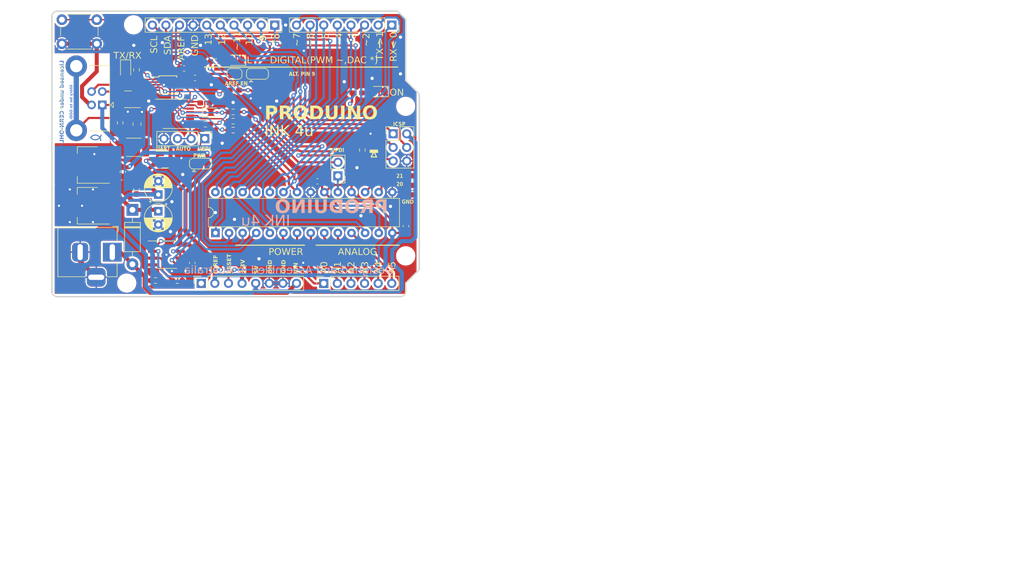
<source format=kicad_pcb>
(kicad_pcb (version 20240108) (generator "pcbnew") (generator_version "8.0")
  (title_block (title "Produino INK 4u") (date "2023-08-20") (rev "1.1") (comment 1 "AVR128DA28 board based on the Uno form factor."))
  (layers (0 "F.Cu" signal) (31 "B.Cu" signal) (34 "B.Paste" user) (35 "F.Paste" user) (36 "B.SilkS" user "B.Silkscreen") (37 "F.SilkS" user "F.Silkscreen") (38 "B.Mask" user) (39 "F.Mask" user) (44 "Edge.Cuts" user))
  (net 0 "")
  (net 1 "Net-(U3-PD0)")
  (net 2 "Net-(U3-PD1)")
  (net 3 "Net-(U3-PD2)")
  (net 4 "Net-(U3-PD3)")
  (net 5 "Net-(U3-PD4)")
  (net 6 "Net-(U3-PD5)")
  (net 7 "Net-(J1-Shield)")
  (net 8 "Earth")
  (net 9 "+3.3V")
  (net 10 "VCC")
  (net 11 "Net-(U2-~{RTS})")
  (net 12 "/RESET")
  (net 13 "Net-(D5-K)")
  (net 14 "+5V")
  (net 15 "AREF")
  (net 16 "Net-(J1-D+)")
  (net 17 "Net-(J1-D-)")
  (net 18 "Net-(J1-VBUS)")
  (net 19 "Net-(D2-A)")
  (net 20 "Net-(D3-A)")
  (net 21 "VIN")
  (net 22 "Net-(D6-A)")
  (net 23 "VUSB")
  (net 24 "MISO")
  (net 25 "SCK")
  (net 26 "MOSI")
  (net 27 "/SDA")
  (net 28 "/SCL")
  (net 29 "Net-(U3-PA1)")
  (net 30 "Net-(U3-PA0)")
  (net 31 "Net-(U3-PA4)")
  (net 32 "Net-(U3-PA5)")
  (net 33 "Net-(U3-PA6)")
  (net 34 "Net-(U3-PA7)")
  (net 35 "Net-(JP5-A)")
  (net 36 "Net-(Q1-G)")
  (net 37 "Net-(U1A-+)")
  (net 38 "Net-(U1B--)")
  (net 39 "Net-(U2-TNOW)")
  (net 40 "Net-(U2-RXD)")
  (net 41 "Net-(U2-TXD)")
  (net 44 "Net-(U3-PD6)")
  (net 45 "Net-(J5-Pin_1)")
  (net 46 "Net-(U2-V3)")
  (net 47 "Net-(D8-K)")
  (net 48 "Net-(D8-A)")
  (net 49 "Net-(J6-Pin_2)")
  (net 50 "UPDI")
  (net 51 "UPDI_C")
  (net 53 "TX")
  (net 54 "RX")
  (net 55 "Net-(JP2-C)")
  (net 56 "Net-(U3-PC3)")
  (net 57 "Net-(J3-Pin_1)")
  (net 58 "Net-(J4-Pin_1)")
  (footprint "Jumper:SolderJumper-3_P1.3mm_Bridged12_RoundedPad1.0x1.5mm" (layer "F.Cu") (at 107.696 121.158)
    (property "Reference" "JP1" (hide yes))
    (property "Value" "+3.3/5 SELECTOR")
  )
  (footprint "Capacitor_THT:CP_Radial_D5.0mm_P2.50mm" (layer "F.Cu") (at 99.822 126.935113 90)
    (property "Reference" "C10" (hide yes))
    (property "Value" "47uF")
  )
  (footprint "Capacitor_SMD:C_0603_1608Metric_Pad1.08x0.95mm_HandSolder" (layer "F.Cu") (at 106.68 105.156 180)
    (property "Reference" "C2" (hide yes))
    (property "Value" "100nF")
  )
  (footprint "Resistor_SMD:R_0603_1608Metric_Pad0.98x0.95mm_HandSolder" (layer "F.Cu") (at 108.62 113.79 180)
    (property "Reference" "R12" (hide yes))
    (property "Value" "47K")
  )
  (footprint "Package_DIP:DIP-28_W7.62mm" (layer "F.Cu") (at 110.49 134.112 90)
    (property "Reference" "U3" (hide yes))
    (property "Value" "AVR128DA28x-xSP")
  )
  (footprint "Capacitor_SMD:C_0603_1608Metric_Pad1.08x0.95mm_HandSolder" (layer "F.Cu") (at 108.52 109.82 180)
    (property "Reference" "C14" (hide yes))
    (property "Value" "100nF")
  )
  (footprint "Connector_Wire:SolderWirePad_1x01_SMD_1x2mm" (layer "F.Cu") (at 146.812 125.222 -90)
    (property "Reference" "J3" (hide yes))
    (property "Value" "PF0")
  )
  (footprint "Capacitor_SMD:C_0603_1608Metric_Pad1.08x0.95mm_HandSolder" (layer "F.Cu") (at 93.218 122.682 -90)
    (property "Reference" "C11" (hide yes))
    (property "Value" "100nF")
  )
  (footprint "Connector_PinHeader_2.54mm:PinHeader_1x04_P2.54mm_Vertical" (layer "F.Cu") (at 108.5 116.49 -90)
    (property "Reference" "J6" (hide yes))
    (property "Value" "MODE")
  )
  (footprint "Connector_Wire:SolderWirePad_1x01_SMD_1x2mm" (layer "F.Cu") (at 146.812 123.444 -90)
    (property "Reference" "J4" (hide yes))
    (property "Value" "PF1")
  )
  (footprint "Package_SO:MSOP-10_3x3mm_P0.5mm" (layer "F.Cu") (at 101.6 106.426)
    (property "Reference" "U2" (hide yes))
    (property "Value" "CH340E")
  )
  (footprint "" (layer "F.Cu") (at 93.941107 143.471107)
    (property "Reference" "@HOLE3" (hide yes))
    (property "Value" "")
  )
  (footprint "USB_B:SW_PUSH_6mm" (layer "F.Cu") (at 81.84 94.27)
    (property "Reference" "SW1" (hide yes))
    (property "Value" "Reset")
  )
  (footprint "USB_B:USB_B" (layer "F.Cu") (at 89.376 110.196 180)
    (property "Reference" "J1" (hide yes))
    (property "Value" "USB_B" (hide yes))
  )
  (footprint "Connector_PinSocket_2.54mm:PinSocket_1x06_P2.54mm_Vertical" (layer "F.Cu") (at 130.707607 143.534607 90)
    (property "Reference" "AD0" (hide yes))
    (property "Value" "6x1F-H8.5" (hide yes))
  )
  (footprint "Resistor_SMD:R_0603_1608Metric_Pad0.98x0.95mm_HandSolder" (layer "F.Cu") (at 92.71 113.538 -90)
    (property "Reference" "R3" (hide yes))
    (property "Value" "1M")
  )
  (footprint "Resistor_SMD:R_0603_1608Metric_Pad0.98x0.95mm_HandSolder" (layer "F.Cu") (at 113.792 111.506 180)
    (property "Reference" "R11" (hide yes))
    (property "Value" "470R")
  )
  (footprint "Diode_SMD:D_SOD-323F" (layer "F.Cu") (at 109.6625 111.61)
    (property "Reference" "D8" (hide yes))
    (property "Value" "BAT54J")
  )
  (footprint "Connector_PinHeader_2.54mm:PinHeader_1x02_P2.54mm_Vertical" (layer "F.Cu") (at 133.35 123.444 180)
    (property "Reference" "J8" (hide yes))
    (property "Value" "UPDI_SEL")
  )
  (footprint "Capacitor_SMD:C_0603_1608Metric_Pad1.08x0.95mm_HandSolder" (layer "F.Cu") (at 146.05 132.842 -90)
    (property "Reference" "C7" (hide yes))
    (property "Value" "100nF")
  )
  (footprint "Package_SO:TSSOP-16_4.4x5mm_P0.65mm" (layer "F.Cu") (at 102.89 111.86)
    (property "Reference" "U7" (hide yes))
    (property "Value" "CD4053B")
  )
  (footprint "Resistor_SMD:R_0603_1608Metric_Pad0.98x0.95mm_HandSolder" (layer "F.Cu") (at 110.49 102.108)
    (property "Reference" "R4" (hide yes))
    (property "Value" "1K")
  )
  (footprint "Resistor_SMD:R_0603_1608Metric_Pad0.98x0.95mm_HandSolder" (layer "F.Cu") (at 113.792 114.9 180)
    (property "Reference" "R7" (hide yes))
    (property "Value" "1K")
  )
  (footprint "Capacitor_SMD:C_0603_1608Metric_Pad1.08x0.95mm_HandSolder" (layer "F.Cu") (at 104.648 103.378 180)
    (property "Reference" "C12" (hide yes))
    (property "Value" "100nF")
  )
  (footprint "Capacitor_SMD:C_0603_1608Metric_Pad1.08x0.95mm_HandSolder" (layer "F.Cu") (at 129.54 124.46 180)
    (property "Reference" "C8" (hide yes))
    (property "Value" "100nF")
  )
  (footprint "Resistor_SMD:R_0603_1608Metric_Pad0.98x0.95mm_HandSolder" (layer "F.Cu") (at 137.922 118.618 -90)
    (property "Reference" "R6" (hide yes))
    (property "Value" "10K")
  )
  (footprint "Connector_Wire:SolderWirePad_1x01_SMD_1x2mm" (layer "F.Cu") (at 146.558 127 90)
    (property "Reference" "J7" (hide yes))
    (property "Value" "GND")
  )
  (footprint "USB_B:BarrelJack" (layer "F.Cu") (at 91.241607 137.692607)
    (property "Reference" "J2" (hide yes))
    (property "Value" "Barrel_Jack_Switch" (hide yes))
  )
  (footprint "LED_SMD:LED_0805_2012Metric_Pad1.15x1.40mm_HandSolder" (layer "F.Cu") (at 140.97 107.696 180)
    (property "Reference" "D6" (hide yes))
    (property "Value" "LED")
  )
  (footprint "Package_TO_SOT_SMD:SOT-223-3_TabPin2" (layer "F.Cu") (at 86.614 121.412 180)
    (property "Reference" "U5" (hide yes))
    (property "Value" "AMS1117-3.3")
  )
  (footprint "Diode_THT:D_DO-41_SOD81_P10.16mm_Horizontal" (layer "F.Cu") (at 94.996 129.794 -90)
    (property "Reference" "D5" (hide yes))
    (property "Value" "1N4007")
  )
  (footprint "" (layer "F.Cu") (at 146.011107 138.391107)
    (property "Reference" "@HOLE1" (hide yes))
    (property "Value" "" (hide yes))
  )
  (footprint "Fuse:Fuse_1812_4532Metric_Pad1.30x3.40mm_HandSolder" (layer "F.Cu") (at 95.25 118.11 180)
    (property "Reference" "F1" (hide yes))
    (property "Value" "MF-MSMF050-2 500mA" (hide yes))
  )
  (footprint "" (layer "F.Cu") (at 95.211107 95.211107)
    (property "Reference" "@HOLE2" (hide yes))
    (property "Value" "" (hide yes))
  )
  (footprint "LED_SMD:LED_0805_2012Metric_Pad1.15x1.40mm_HandSolder" (layer "F.Cu") (at 93.726 103.632 -90)
    (property "Reference" "D3" (hide yes))
    (property "Value" "LED")
  )
  (footprint "Jumper:SolderJumper-3_P1.3mm_Bridged12_RoundedPad1.0x1.5mm" (layer "F.Cu") (at 118.334 104.394)
    (property "Reference" "JP2" (hide yes))
    (property "Value" "Pin9 Source")
  )
  (footprint "Resistor_SMD:R_0603_1608Metric_Pad0.98x0.95mm_HandSolder" (layer "F.Cu") (at 113.792 113.23)
    (property "Reference" "R8" (hide yes))
    (property "Value" "1K")
  )
  (footprint "Package_TO_SOT_SMD:SOT-143_Handsoldering" (layer "F.Cu") (at 94.17 109.14 180)
    (property "Reference" "D1" (hide yes))
    (property "Value" "PRTR5V0U2X,215" (hide yes))
  )
  (footprint "UNO-TH_Rev3e:MINIMELF" (layer "F.Cu") (at 140.07 119.41 -90)
    (property "Reference" "D4" (hide yes))
    (property "Value" "CD1206-S01575" (hide yes))
  )
  (footprint "Package_TO_SOT_SMD:SOT-23" (layer "F.Cu") (at 101.092 120.396)
    (property "Reference" "Q1" (hide yes))
    (property "Value" "FDN340P")
  )
  (footprint "Package_TO_SOT_SMD:SOT-223-3_TabPin2" (layer "F.Cu") (at 86.614 129.032 180)
    (property "Reference" "U4" (hide yes))
    (property "Value" "AMS1117-5.0")
  )
  (footprint "Resistor_SMD:R_0603_1608Metric_Pad0.98x0.95mm_HandSolder" (layer "F.Cu") (at 99.314 143.002)
    (property "Reference" "R1" (hide yes))
    (property "Value" "1K")
  )
  (footprint "Connector_PinSocket_2.54mm:PinSocket_1x08_P2.54mm_Vertical" (layer "F.Cu") (at 107.845 143.525 90)
    (property "Reference" "POWER0" (hide yes))
    (property "Value" "8x1F-H8.5" (hide yes))
  )
  (footprint "Capacitor_SMD:C_0603_1608Metric_Pad1.08x0.95mm_HandSolder" (layer "F.Cu") (at 95.758 125.984 90)
    (property "Reference" "C13" (hide yes))
    (property "Value" "100nF")
  )
  (footprint "" (layer "F.Cu") (at 146.011107 110.451107)
    (property "Reference" "@HOLE0" (hide yes))
    (property "Value" "")
  )
  (footprint "Capacitor_SMD:C_0603_1608Metric_Pad1.08x0.95mm_HandSolder" (layer "F.Cu") (at 114.046 107.442)
    (property "Reference" "C4" (hide yes))
    (property "Value" "100nF" (hide yes))
  )
  (footprint "Capacitor_SMD:C_0805_2012Metric_Pad1.18x1.45mm_HandSolder" (layer "F.Cu") (at 95.85 113.792 -90)
    (property "Reference" "C1" (hide yes))
    (property "Value" "4.7nF")
  )
  (footprint "Resistor_SMD:R_0603_1608Metric_Pad0.98x0.95mm_HandSolder" (layer "F.Cu") (at 95.758 103.632 -90)
    (property "Reference" "R5" (hide yes))
    (property "Value" "1K")
  )
  (footprint "Resistor_SMD:R_0603_1608Metric_Pad0.98x0.95mm_HandSolder" (layer "F.Cu") (at 103.378 143.002)
    (property "Reference" "R2" (hide yes))
    (property "Value" "1K")
  )
  (footprint "LED_SMD:LED_0805_2012Metric_Pad1.15x1.40mm_HandSolder" (layer "F.Cu") (at 114.3 101.854 180)
    (property "Reference" "D2" (hide yes))
    (property "Value" "LED")
  )
  (footprint "Resistor_SMD:R_0603_1608Metric_Pad0.98x0.95mm_HandSolder" (layer "F.Cu") (at 136.906 107.95)
    (property "Reference" "R9" (hide yes))
    (property "Value" "1K")
  )
  (footprint "Capacitor_SMD:C_0603_1608Metric_Pad1.08x0.95mm_HandSolder" (layer "F.Cu") (at 106.172 139.7 -90)
    (property "Reference" "C3" (hide yes))
    (property "Value" "100nF")
  )
  (footprint "Connector_PinSocket_2.54mm:PinSocket_1x10_P2.54mm_Vertical" (layer "F.Cu") (at 121.57 95.28 -90)
    (property "Reference" "IOH0" (hide yes))
    (property "Value" "10x1F-H8.5")
  )
  (footprint "Jumper:SolderJumper-2_P1.3mm_Open_RoundedPad1.0x1.5mm" (layer "F.Cu") (at 114.046 104.394)
    (property "Reference" "JP5" (hide yes))
    (property "Value" "AREF Selector")
  )
  (footprint "Package_SO:SO-8_3.9x4.9mm_P1.27mm" (layer "F.Cu") (at 101.346 138.176)
    (property "Reference" "U1" (hide yes))
    (property "Value" "LMV358")
  )
  (footprint "Capacitor_THT:CP_Radial_D5.0mm_P2.50mm" (layer "F.Cu") (at 99.822 130.048 -90)
    (property "Reference" "C9" (hide yes))
    (property "Value" "47uF")
  )
  (footprint "Connector_PinHeader_2.54mm:PinHeader_2x03_P2.54mm_Vertical" (layer "F.Cu") (at 143.66 115.59)
    (property "Reference" "ICSP0" (hide yes))
    (property "Value" "3x2 M")
  )
  (footprint "Connector_PinSocket_2.54mm:PinSocket_1x08_P2.54mm_Vertical" (layer "F.Cu") (at 143.407607 95.274607 -90)
    (property "Reference" "IOL0" (hide yes))
    (property "Value" "8x1F-H8.5")
  )
  (footprint "Connector_Wire:SolderWirePad_1x01_SMD_1x2mm" (layer "F.Cu") (at 122.7 104.38 90)
    (property "Reference" "J5" (hide yes))
    (property "Value" "Alternate pin 8, connection" (hide yes))
  )
  (gr_arc (start 89.154 115.824) (mid 88.329902 116.675422) (end 87.209218 116.29055) (stroke (width 0.2)) (layer "B.Cu"))
  (gr_arc (start 87.226911 116.276425) (mid 88.366694 115.867594) (end 89.088275 116.84) (stroke (width 0.2)) (layer "B.Cu"))
  (gr_line (start 143.68 99.485) (end 143.68 98.31) (stroke (width 0.2)) (layer "F.SilkS"))
  (gr_line (start 144.526 103.124) (end 108.458 103.124) (stroke (width 0.2)) (layer "F.SilkS"))
  (gr_line (start 114.3 136.398) (end 127.127 136.398) (stroke (width 0.2)) (layer "F.SilkS"))
  (gr_line (start 141.14 99.5) (end 141.14 98.305) (stroke (width 0.2)) (layer "F.SilkS"))
  (gr_line (start 129.286 136.398) (end 144.78 136.398) (stroke (width 0.2)) (layer "F.SilkS"))
  (gr_line (start 148.551107 108.165107) (end 148.551107 140.931107) (stroke (width 0.254)) (layer "Edge.Cuts"))
  (gr_arc (start 80.971107 146.011107) (mid 80.264 145.718214) (end 79.971107 145.011107) (stroke (width 0.254)) (layer "Edge.Cuts"))
  (gr_line (start 80.971107 92.671107) (end 144.487107 92.671107) (stroke (width 0.254)) (layer "Edge.Cuts"))
  (gr_line (start 79.971107 145.011107) (end 79.971107 93.671107) (stroke (width 0.254)) (layer "Edge.Cuts"))
  (gr_line (start 146.011107 94.195107) (end 146.011107 105.625107) (stroke (width 0.254)) (layer "Edge.Cuts"))
  (gr_arc (start 79.971107 93.671107) (mid 80.264 92.964) (end 80.971107 92.671107) (stroke (width 0.254)) (layer "Edge.Cuts"))
  (gr_line (start 145.011107 146.011107) (end 80.971107 146.011107) (stroke (width 0.254)) (layer "Edge.Cuts"))
  (gr_line (start 146.011107 105.625107) (end 148.551107 108.165107) (stroke (width 0.254)) (layer "Edge.Cuts"))
  (gr_line (start 146.011107 143.471107) (end 146.011107 145.011107) (stroke (width 0.254)) (layer "Edge.Cuts"))
  (gr_line (start 148.551107 140.931107) (end 146.011107 143.471107) (stroke (width 0.254)) (layer "Edge.Cuts"))
  (gr_arc (start 146.011107 145.011107) (mid 145.718212 145.718212) (end 145.011107 146.011107) (stroke (width 0.254)) (layer "Edge.Cuts"))
  (gr_line (start 144.487107 92.671107) (end 146.011107 94.195107) (stroke (width 0.254)) (layer "Edge.Cuts"))
  (gr_text "Licensed under CERN-OHL-W v2" (at 82.296 101.854 90) (layer "B.Cu") (effects (font (size 0.75 0.75) (thickness 0.125) (bold yes)) (justify left bottom mirror)))
  (gr_text "Glory be to GOD." (at 83.875 106.425 90) (layer "B.Cu") (effects (font (size 0.5 0.5) (thickness 0.125) (bold yes)) (justify left bottom mirror)))
  (gr_text "INK 4u" (at 124.46 133.096 0) (layer "B.SilkS") (effects (font (size 2 2) (thickness 0.25)) (justify left bottom mirror)))
  (gr_text "PRODUINO" (at 142.748 130.81 0) (layer "B.SilkS") (effects (font (size 2.5 2.5) (thickness 0.25) (bold yes)) (justify left bottom mirror)))
  (gr_text "Designed and Assembled in Australia" (at 143.764 141.986 0) (layer "B.SilkS") (effects (font (size 1.5 1.5) (thickness 0.1875)) (justify left bottom mirror)))
  (gr_text "AREF" (at 104.902 101.854 90) (layer "F.SilkS") (effects (font (size 1.25 1.25) (thickness 0.1875)) (justify left bottom)))
  (gr_text "PRODUINO" (at 119.634 113.284 0) (layer "F.SilkS") (effects (font (size 2.5 2.5) (thickness 0.25) (bold yes)) (justify left bottom)))
  (gr_text "20" (at 144.272 125.476 0) (layer "F.SilkS") (effects (font (size 0.762 0.635) (thickness 0.15875) (bold yes)) (justify left bottom)))
  (gr_text "13" (at 109.982 99.06 90) (layer "F.SilkS") (effects (font (size 1.25 1.25) (thickness 0.1875)) (justify left bottom)))
  (gr_text "ON" (at 143.002 108.656 0) (layer "F.SilkS") (effects (font (size 1.25 1.25) (thickness 0.15625)) (justify left bottom)))
  (gr_text "RESET" (at 113.538 141.732 90) (layer "F.SilkS") (effects (font (size 0.762 0.75) (thickness 0.15875) (bold yes)) (justify left bottom)))
  (gr_text "IOREF" (at 110.998 141.732 90) (layer "F.SilkS") (effects (font (size 0.762 0.75) (thickness 0.15875) (bold yes)) (justify left bottom)))
  (gr_text "12" (at 112.522 99.06 90) (layer "F.SilkS") (effects (font (size 1.25 1.25) (thickness 0.1875)) (justify left bottom)))
  (gr_text "ICSP" (at 143.66 114.26 0) (layer "F.SilkS") (effects (font (size 0.762 0.635) (thickness 0.15875) (bold yes)) (justify left bottom)))
  (gr_text "5V" (at 118.618 141.732 90) (layer "F.SilkS") (effects (font (size 0.762 0.75) (thickness 0.15875) (bold yes)) (justify left bottom)))
  (gr_text "AREF EN" (at 112.268 106.68 0) (layer "F.SilkS") (effects (font (size 0.762 0.635) (thickness 0.15875) (bold yes)) (justify left bottom)))
  (gr_text "A5" (at 144.272 141.732 90) (layer "F.SilkS") (effects (font (size 1.25 1.25) (thickness 0.1875)) (justify left bottom)))
  (gr_text "UPDI" (at 107.188 118.872 0) (layer "F.SilkS") (effects (font (size 0.762 0.635) (thickness 0.15875) (bold yes)) (justify left bottom)))
  (gr_text "GND" (at 121.158 141.732 90) (layer "F.SilkS") (effects (font (size 0.762 0.75) (thickness 0.15875) (bold yes)) (justify left bottom)))
  (gr_text "ANALOG" (at 133.35 138.43 0) (layer "F.SilkS") (effects (font (size 1.25 1.25) (thickness 0.1875)) (justify left bottom)))
  (gr_text "INK 4u" (at 119.634 116.332 0) (layer "F.SilkS") (effects (font (size 2 2) (thickness 0.25)) (justify left bottom)))
  (gr_text "9" (at 120.142 98.298 90) (layer "F.SilkS") (effects (font (size 1.25 1.25) (thickness 0.3) (bold yes)) (justify left bottom)))
  (gr_text "A2" (at 136.652 141.732 90) (layer "F.SilkS") (effects (font (size 1.25 1.25) (thickness 0.1875)) (justify left bottom)))
  (gr_text "TX >1" (at 141.986 101.854 90) (layer "F.SilkS") (effects (font (size 1.25 1.25) (thickness 0.1875)) (justify left bottom)))
  (gr_text "GND" (at 123.698 141.732 90) (layer "F.SilkS") (effects (font (size 0.762 0.75) (thickness 0.15875) (bold yes)) (justify left bottom)))
  (gr_text "A1" (at 134.112 141.732 90) (layer "F.SilkS") (effects (font (size 1.25 1.25) (thickness 0.1875)) (justify left bottom)))
  (gr_text "~2" (at 139.446 99.314 90) (layer "F.SilkS") (effects (font (size 1.25 1.25) (thickness 0.1875)) (justify left bottom)))
  (gr_text "ALT. PIN 9" (at 124.206 104.902 0) (layer "F.SilkS") (effects (font (size 0.762 0.635) (thickness 0.15875) (bold yes)) (justify left bottom)))
  (gr_text "POWER" (at 120.396 138.43 0) (layer "F.SilkS") (effects (font (size 1.25 1.25) (thickness 0.1875)) (justify left bottom)))
  (gr_text "GND" (at 107.442 101.092 90) (layer "F.SilkS") (effects (font (size 1.25 1.25) (thickness 0.1875)) (justify left bottom)))
  (gr_text "~3" (at 136.906 99.314 90) (layer "F.SilkS") (effects (font (size 1.25 1.25) (thickness 0.1875)) (justify left bottom)))
  (gr_text "~7" (at 126.492 99.314 90) (layer "F.SilkS") (effects (font (size 1.25 1.25) (thickness 0.1875)) (justify left bottom)))
  (gr_text "A3" (at 139.192 141.732 90) (layer "F.SilkS") (effects (font (size 1.25 1.25) (thickness 0.1875)) (justify left bottom)))
  (gr_text "UPDI" (at 132.08 119.126 0) (layer "F.SilkS") (effects (font (size 0.762 0.635) (thickness 0.15875) (bold yes)) (justify left bottom)))
  (gr_text "DIGITAL(PWM ~,DAC *)" (at 120.65 102.616 0) (layer "F.SilkS") (effects (font (size 1.25 1.25) (thickness 0.1875)) (justify left bottom)))
  (gr_text "AUTO" (at 103.124 118.872 0) (layer "F.SilkS") (effects (font (size 0.762 0.635) (thickness 0.15875) (bold yes)) (justify left bottom)))
  (gr_text "VIN" (at 125.984 141.732 90) (layer "F.SilkS") (effects (font (size 0.762 0.75) (thickness 0.15875) (bold yes)) (justify left bottom)))
  (gr_text "~11" (at 115.316 100.076 90) (layer "F.SilkS") (effects (font (size 1.25 1.25) (thickness 0.1875)) (justify left bottom)))
  (gr_text "SDA" (at 102.362 100.838 90) (layer "F.SilkS") (effects (font (size 1.25 1.25) (thickness 0.1875)) (justify left bottom)))
  (gr_text "~4" (at 134.366 99.314 90) (layer "F.SilkS") (effects (font (size 1.25 1.25) (thickness 0.1875)) (justify left bottom)))
  (gr_text "RX< 0" (at 144.526 102.108 90) (layer "F.SilkS") (effects (font (size 1.25 1.25) (thickness 0.1875)) (justify left bottom)))
  (gr_text "A4" (at 141.732 141.732 90) (layer "F.SilkS") (effects (font (size 1.25 1.25) (thickness 0.1875)) (justify left bottom)))
  (gr_text "PWR" (at 106.346 120.158 0) (layer "F.SilkS") (effects (font (size 0.762 0.635) (thickness 0.15875) (bold yes)) (justify left bottom)))
  (gr_text "*8" (at 122.682 98.806 90) (layer "F.SilkS") (effects (font (size 1.5 1.25) (thickness 0.1875)) (justify left bottom)))
  (gr_text "TX/RX" (at 91.44 101.772 0) (layer "F.SilkS") (effects (font (size 1.25 1.25) (thickness 0.15625)) (justify left bottom)))
  (gr_text "UART" (at 99.417 118.836 0) (layer "F.SilkS") (effects (font (size 0.762 0.635) (thickness 0.15875) (bold yes)) (justify left bottom)))
  (gr_text "~6" (at 129.032 99.314 90) (layer "F.SilkS") (effects (font (size 1.25 1.25) (thickness 0.1875)) (justify left bottom)))
  (gr_text "L" (at 116.332 102.616 0) (layer "F.SilkS") (effects (font (size 1.25 1.25) (thickness 0.15625)) (justify left bottom)))
  (gr_text "21" (at 144.272 123.952 0) (layer "F.SilkS") (effects (font (size 0.762 0.635) (thickness 0.15875) (bold yes)) (justify left bottom)))
  (gr_text "SCL" (at 99.822 100.584 90) (layer "F.SilkS") (effects (font (size 1.25 1.25) (thickness 0.1875)) (justify left bottom)))
  (gr_text "A0" (at 131.572 141.732 90) (layer "F.SilkS") (effects (font (size 1.25 1.25) (thickness 0.1875)) (justify left bottom)))
  (gr_text "3.3V" (at 116.078 141.732 90) (layer "F.SilkS") (effects (font (size 0.762 0.75) (thickness 0.15875) (bold yes)) (justify left bottom)))
  (gr_text "~5" (at 131.826 99.314 90) (layer "F.SilkS") (effects (font (size 1.25 1.25) (thickness 0.1875)) (justify left bottom)))
  (gr_text "GND" (at 145.288 128.778 0) (layer "F.SilkS") (effects (font (size 0.762 0.635) (thickness 0.15875) (bold yes)) (justify left bottom)))
  (gr_text "10" (at 117.602 99.06 90) (layer "F.SilkS") (effects (font (size 1.25 1.25) (thickness 0.1875)) (justify left bottom)))
  (segment (start 123.09 134.212) (end 123.09 135.17) (width 0.4) (layer "F.Cu") (net 1))
  (segment (start 124.12 136.2) (end 124.12 138.74) (width 0.4) (layer "F.Cu") (net 1))
  (segment (start 124.12 138.74) (end 128.914607 143.534607) (width 0.4) (layer "F.Cu") (net 1))
  (segment (start 128.914607 143.534607) (end 130.707607 143.534607) (width 0.4) (layer "F.Cu") (net 1))
  (segment (start 123.19 134.112) (end 123.09 134.212) (width 0.4) (layer "F.Cu") (net 1))
  (segment (start 123.09 135.17) (end 124.12 136.2) (width 0.4) (layer "F.Cu") (net 1))
  (segment (start 130.9 141.83) (end 125.73 136.66) (width 0.4) (layer "F.Cu") (net 2))
  (segment (start 132.34 141.83) (end 130.9 141.83) (width 0.4) (layer "F.Cu") (net 2))
  (segment (start 125.73 136.66) (end 125.73 134.112) (width 0.4) (layer "F.Cu") (net 2))
  (segment (start 133.247607 143.534607) (end 133.247607 142.737607) (width 0.4) (layer "F.Cu") (net 2))
  (segment (start 133.247607 142.737607) (end 132.34 141.83) (width 0.4) (layer "F.Cu") (net 2))
  (segment (start 132.65 140.39) (end 128.32 136.06) (width 0.4) (layer "F.Cu") (net 3))
  (segment (start 135.787607 142.337607) (end 135.787607 143.534607) (width 0.4) (layer "F.Cu") (net 3))
  (segment (start 128.32 136.06) (end 128.32 134.162) (width 0.4) (layer "F.Cu") (net 3))
  (segment (start 133.84 140.39) (end 135.787607 142.337607) (width 0.4) (layer "F.Cu") (net 3))
  (segment (start 128.32 134.162) (end 128.27 134.112) (width 0.4) (layer "F.Cu") (net 3))
  (segment (start 133.84 140.39) (end 132.65 140.39) (width 0.4) (layer "F.Cu") (net 3))
  (segment (start 138.327607 143.534607) (end 138.327607 141.629607) (width 0.4) (layer "F.Cu") (net 4))
  (segment (start 135.419 138.721) (end 134.451 138.721) (width 0.4) (layer "F.Cu") (net 4))
  (segment (start 134.451 138.721) (end 130.81 135.08) (width 0.4) (layer "F.Cu") (net 4))
  (segment (start 130.81 135.08) (end 130.81 134.112) (width 0.4) (layer "F.Cu") (net 4))
  (segment (start 138.327607 141.629607) (end 135.419 138.721) (width 0.4) (layer "F.Cu") (net 4))
  (segment (start 135.318 136.08) (end 134.25 136.08) (width 0.4) (layer "F.Cu") (net 5))
  (segment (start 140.867607 141.629607) (end 135.318 136.08) (width 0.4) (layer "F.Cu") (net 5))
  (segment (start 134.25 136.08) (end 133.35 135.18) (width 0.4) (layer "F.Cu") (net 5))
  (segment (start 140.867607 143.534607) (end 140.867607 141.629607) (width 0.4) (layer "F.Cu") (net 5))
  (segment (start 133.35 135.18) (end 133.35 134.112) (width 0.4) (layer "F.Cu") (net 5))
  (segment (start 143.407607 141.629607) (end 143.407607 143.534607) (width 0.4) (layer "F.Cu") (net 6))
  (segment (start 135.89 134.112) (end 143.407607 141.629607) (width 0.4) (layer "F.Cu") (net 6))
  (segment (start 86.8365 112.6255) (end 84.516 114.946) (width 0.4) (layer "F.Cu") (net 7))
  (segment (start 92.71 112.6255) (end 86.8365 112.6255) (width 0.4) (layer "F.Cu") (net 7))
  (segment (start 92.71 112.6255) (end 95.471 112.6255) (width 0.4) (layer "F.Cu") (net 7))
  (segment (start 95.85 112.2465) (end 95.85 110.07) (width 0.4) (layer "F.Cu") (net 7))
  (segment (start 95.85 110.07) (end 95.67 109.89) (width 0.4) (layer "F.Cu") (net 7))
  (segment (start 95.471 112.6255) (end 95.85 112.2465) (width 0.4) (layer "F.Cu") (net 7))
  (segment (start 84.516 114.946) (end 84.516 102.946) (width 1) (layer "B.Cu") (net 7))
  (segment (start 99.4 106.426) (end 100.856 106.426) (width 0.25) (layer "F.Cu") (net 8))
  (segment (start 85.241607 139.392607) (end 88.241607 142.392607) (width 0.75) (layer "F.Cu") (net 8))
  (segment (start 85.241607 137.692607) (end 85.241607 139.392607) (width 0.75) (layer "F.Cu") (net 8))
  (segment (start 88.34 103.938) (end 88.34 98.77) (width 0.75) (layer "F.Cu") (net 8))
  (segment (start 85.598 106.68) (end 88.34 103.938) (width 0.75) (layer "F.Cu") (net 8))
  (segment (start 85.598 108.712) (end 85.598 106.68) (width 0.75) (layer "F.Cu") (net 8))
  (segment (start 87.376 110.196) (end 87.082 110.196) (width 0.75) (layer "F.Cu") (net 8))
  (segment (start 88.34 98.77) (end 81.84 98.77) (width 0.75) (layer "F.Cu") (net 8))
  (segment (start 123.085 143.525) (end 120.545 143.525) (width 0.75) (layer "F.Cu") (net 8))
  (segment (start 87.082 110.196) (end 85.598 108.712) (width 0.75) (layer "F.Cu") (net 8))
  (via (at 107.696 140.716) (size 0.8) (drill 0.4) (layers "F.Cu" "B.Cu") (net 8))
  (via (at 118.618 138.938) (size 1.2192) (drill 0.6096) (layers "F.Cu" "B.Cu") (net 8))
  (via (at 134.54 105.86) (size 1.2192) (drill 0.6096) (layers "F.Cu" "B.Cu") (net 8))
  (via (at 139.446 115.57) (size 0.8) (drill 0.4) (layers "F.Cu" "B.Cu") (net 8))
  (via (at 104.394 123.19) (size 1.2192) (drill 0.6096) (layers "F.Cu" "B.Cu") (net 8))
  (via (at 104.902 141.224) (size 0.8) (drill 0.4) (layers "F.Cu" "B.Cu") (net 8))
  (via (at 101.346 138.176) (size 0.8) (drill 0.4) (layers "F.Cu" "B.Cu") (net 8))
  (via (at 117.094 108.966) (size 0.8) (drill 0.4) (layers "F.Cu" "B.Cu") (net 8))
  (via (at 137.65 130.9) (size 1.2192) (drill 0.6096) (layers "F.Cu" "B.Cu") (net 8))
  (via (at 121.92 109.474) (size 1.2192) (drill 0.6096) (layers "F.Cu" "B.Cu") (net 8))
  (via (at 109.728 106.426) (size 1.2192) (drill 0.6096) (layers "F.Cu" "B.Cu") (net 8))
  (via (at 94.14 111.47) (size 0.8) (drill 0.4) (layers "F.Cu" "B.Cu") (net 8))
  (via (at 96.774 111.506) (size 0.8) (drill 0.4) (layers "F.Cu" "B.Cu") (net 8))
  (via (at 118.872 110.744) (size 0.8) (drill 0.4) (layers "F.Cu" "B.Cu") (net 8))
  (via (at 102.362 141.224) (size 0.8) (drill 0.4) (layers "F.Cu" "B.Cu") (net 8))
  (via (at 104.394 113.538) (size 0.8) (drill 0.4) (layers "F.Cu" "B.Cu") (net 8))
  (via (at 100.584 98.552) (size 1.2192) (drill 0.6096) (layers "F.Cu" "B.Cu") (net 8))
  (via (at 102.108 133.858) (size 1.2192) (drill 0.6096) (layers "F.Cu" "B.Cu") (net 8))
  (via (at 145.034 97.536) (size 1.2192) (drill 0.6096) (layers "F.Cu" "B.Cu") (net 8))
  (via (at 95.25 99.06) (size 1.2192) (drill 0.6096) (layers "F.Cu" "B.Cu") (net 8))
  (via (at 114.046 131.572) (size 1.2192) (drill 0.6096) (layers "F.Cu" "B.Cu") (net 8))
  (via (at 100.86 106.43) (size 0.8) (drill 0.4) (layers "F.Cu" "B.Cu") (net 8))
  (via (at 127 100.076) (size 0.8) (drill 0.4) (layers "F.Cu" "B.Cu") (net 8))
  (via (at 145.034 104.394) (size 1.2192) (drill 0.6096) (layers "F.Cu" "B.Cu") (net 8))
  (via (at 143.17 129.15) (size 1.2192) (drill 0.6096) (layers "F.Cu" "B.Cu") (net 8))
  (via (at 98.044 109.474) (size 1.2192) (drill 0.6096) (layers "F.Cu" "B.Cu") (net 8))
  (via (at 123.595607 95.274607) (size 1.2192) (drill 0.6096) (layers "F.Cu" "B.Cu") (net 8))
  (via (at 136.906 121.92) (size 1.2192) (drill 0.6096) (layers "F.Cu" "B.Cu") (net 8))
  (via (at 107.696 99.06) (size 1.2192) (drill 0.6096) (layers "F.Cu" "B.Cu") (net 8))
  (via (at 139.74 105.23) (size 1.2192) (drill 0.6096) (layers "F.Cu" "B.Cu") (net 8))
  (via (at 102.362 128.27) (size 1.2192) (drill 0.6096) (layers "F.Cu" "B.Cu") (net 8))
  (via (at 110.49 130.302) (size 1.2192) (drill 0.6096) (layers "F.Cu" "B.Cu") (net 8))
  (via (at 104.14 120.142) (size 0.8) (drill 0.4) (layers "F.Cu" "B.Cu") (net 8))
  (via (at 126.88 139.69) (size 0.8) (drill 0.4) (layers "F.Cu" "B.Cu") (net 8))
  (via (at 113.792 109.728) (size 1.2192) (drill 0.6096) (layers "F.Cu" "B.Cu") (net 8))
  (via (at 111.76 117.348) (size 1.2192) (drill 0.6096) (layers "F.Cu" "B.Cu") (net 8))
  (segment (start 94.3345 121.8195) (end 94.488 121.666) (width 0.75) (layer "F.Cu") (net 9))
  (segment (start 111.506 140.462) (end 110.998 139.954) (width 0.4) (layer "F.Cu") (net 9))
  (segment (start 108.996 122.398) (end 104.902 126.492) (width 0.75) (layer "F.Cu") (net 9))
  (segment (start 108.996 120.904) (end 108.996 119.156) (width 0.75) (layer "F.Cu") (net 9))
  (segment (start 98.665 110.885) (end 98.552 110.998) (width 0.25) (layer "F.Cu") (net 9))
  (segment (start 104.902 126.492) (end 104.902 133.858) (width 0.75) (layer "F.Cu") (net 9))
  (segment (start 89.764 121.412) (end 83.464 121.412) (width 0.75) (layer "F.Cu") (net 9))
  (segment (start 99.822 137.541) (end 98.771 137.541) (width 0.4) (layer "F.Cu") (net 9))
  (segment (start 115.465 140.865) (end 115.465 143.525) (width 0.75) (layer "F.Cu") (net 9))
  (segment (start 93.218 121.8195) (end 94.3345 121.8195) (width 0.75) (layer "F.Cu") (net 9))
  (segment (start 104.902 133.858) (end 110.998 139.954) (width 0.75) (layer "F.Cu") (net 9))
  (segment (start 110.998 139.954) (end 114.554 139.954) (width 0.75) (layer "F.Cu") (net 9))
  (segment (start 100.0275 110.885) (end 98.665 110.885) (width 0.25) (layer "F.Cu") (net 9))
  (segment (start 108.996 119.156) (end 108.966 119.126) (width 0.75) (layer "F.Cu") (net 9))
  (segment (start 111.506 140.97) (end 111.506 140.462) (width 0.4) (layer "F.Cu") (net 9))
  (segment (start 92.8105 121.412) (end 93.218 121.8195) (width 0.75) (layer "F.Cu") (net 9))
  (segment (start 114.554 139.954) (end 115.465 140.865) (width 0.75) (layer "F.Cu") (net 9))
  (segment (start 89.764 121.412) (end 92.8105 121.412) (width 0.75) (layer "F.Cu") (net 9))
  (segment (start 108.996 120.904) (end 108.996 122.398) (width 0.75) (layer "F.Cu") (net 9))
  (via (at 98.552 110.998) (size 0.8) (drill 0.4) (layers "F.Cu" "B.Cu") (net 9))
  (via (at 108.966 119.126) (size 0.8) (drill 0.4) (layers "F.Cu" "B.Cu") (net 9))
  (via (at 111.506 140.97) (size 0.8) (drill 0.4) (layers "F.Cu" "B.Cu") (net 9))
  (via (at 94.488 121.666) (size 0.8) (drill 0.4) (layers "F.Cu" "B.Cu") (net 9))
  (via (at 99.822 137.541) (size 0.8) (drill 0.4) (layers "F.Cu" "B.Cu") (net 9))
  (segment (start 97.028 119.126) (end 96.52 119.634) (width 0.75) (layer "B.Cu") (net 9))
  (segment (start 108.981 142.225) (end 101.585 142.225) (width 0.4) (layer "B.Cu") (net 9))
  (segment (start 99.822 140.462) (end 99.822 137.541) (width 0.4) (layer "B.Cu") (net 9))
  (segment (start 98.044 111.506) (end 98.044 118.11) (width 0.4) (layer "B.Cu") (net 9))
  (segment (start 98.044 118.11) (end 96.52 119.634) (width 0.4) (layer "B.Cu") (net 9))
  (segment (start 98.552 110.998) (end 98.044 111.506) (width 0.4) (layer "B.Cu") (net 9))
  (segment (start 101.585 142.225) (end 99.822 140.462) (width 0.4) (layer "B.Cu") (net 9))
  (segment (start 108.966 119.126) (end 97.028 119.126) (width 0.75) (layer "B.Cu") (net 9))
  (segment (start 96.52 119.634) (end 94.488 121.666) (width 0.75) (layer "B.Cu") (net 9))
  (segment (start 111.506 140.97) (end 110.236 140.97) (width 0.4) (layer "B.Cu") (net 9))
  (segment (start 110.236 140.97) (end 108.981 142.225) (width 0.4) (layer "B.Cu") (net 9))
  (segment (start 140.0655 117.7055) (end 140.07 117.71) (width 0.4) (layer "F.Cu") (net 10))
  (segment (start 130.4025 126.0845) (end 130.81 126.492) (width 0.4) (layer "F.Cu") (net 10))
  (segment (start 103.8 106.926) (end 104.894 106.926) (width 0.25) (layer "F.Cu") (net 10))
  (segment (start 110.385 141.119) (end 110.385 143.525) (width 0.8) (layer "F.Cu") (net 10))
  (segment (start 105.537 136.271) (end 110.385 141.119) (width 0.8) (layer "F.Cu") (net 10))
  (segment (start 105.7525 109.585) (end 105.807 109.585) (width 0.25) (layer "F.Cu") (net 10))
  (segment (start 135.9935 109.6245) (end 135.636 109.982) (width 0.4) (layer "F.Cu") (net 10))
  (segment (start 106.172 136.906) (end 105.537 136.271) (width 0.4) (layer "F.Cu") (net 10))
  (segment (start 103.886 125.984) (end 103.886 136.236) (width 0.8) (layer "F.Cu") (net 10))
  (segment (start 133.35 129.032) (end 140.716 129.032) (width 0.4) (layer "F.Cu") (net 10))
  (segment (start 134.96 124.235) (end 134.96 120.6675) (width 0.4) (layer "F.Cu") (net 10))
  (segment (start 140.716 129.032) (end 143.51 131.826) (width 0.4) (layer "F.Cu") (net 10))
  (segment (start 105.7525 109.585) (end 107.4225 109.585) (width 0.25) (layer "F.Cu") (net 10))
  (segment (start 134.045 125.15) (end 134.96 124.235) (width 0.4) (layer "F.Cu") (net 10))
  (segment (start 130.81 126.492) (end 130.948 126.492) (width 0.4) (layer "F.Cu") (net 10))
  (segment (start 135.9935 107.95) (end 135.9935 109.6245) (width 0.4) (layer "F.Cu") (net 10))
  (segment (start 130.4025 124.46) (end 130.4025 126.0845) (width 0.4) (layer "F.Cu") (net 10))
  (segment (start 105.7525 107.7845) (end 105.7525 109.585) (width 0.25) (layer "F.Cu") (net 10))
  (segment (start 125.984 119.634) (end 135.9935 119.634) (width 0.4) (layer "F.Cu") (net 10))
  (segment (start 107.4225 109.585) (end 107.6575 109.82) (width 0.25) (layer "F.Cu") (net 10))
  (segment (start 107.696 122.174) (end 103.886 125.984) (width 0.8) (layer "F.Cu") (net 10))
  (segment (start 103.921 136.271) (end 105.537 136.271) (width 0.8) (layer "F.Cu") (net 10))
  (segment (start 143.51 134.112) (end 145.6425 134.112) (width 0.4) (layer "F.Cu") (net 10))
  (segment (start 130.948 126.492) (end 132.29 125.15) (width 0.4) (layer "F.Cu") (net 10))
  (segment (start 103.886 136.236) (end 103.921 136.271) (width 0.8) (layer "F.Cu") (net 10))
  (segment (start 104.894 106.926) (end 105.7525 107.7845) (width 0.25) (layer "F.Cu") (net 10))
  (segment (start 108.5 116.49) (end 107.696 117.294) (width 0.25) (layer "F.Cu") (net 10))
  (segment (start 135.9935 119.634) (end 137.922 117.7055) (width 0.4) (layer "F.Cu") (net 10))
  (segment (start 107.696 117.294) (end 107.696 120.904) (width 0.25) (layer "F.Cu") (net 10))
  (segment (start 105.807 109.585) (end 106.68 108.712) (width 0.25) (layer "F.Cu") (net 10))
  (segment (start 107.696 120.904) (end 107.696 122.174) (width 0.8) (layer "F.Cu") (net 10))
  (segment (start 130.81 126.492) (end 133.35 129.032) (width 0.4) (layer "F.Cu") (net 10))
  (segment (start 134.96 120.6675) (end 135.9935 119.634) (width 0.4) (layer "F.Cu") (net 10))
  (segment (start 137.922 117.7055) (end 140.0655 117.7055) (width 0.4) (layer "F.Cu") (net 10))
  (segment (start 143.51 131.826) (end 143.51 134.112) (width 0.4) (layer "F.Cu") (net 10))
  (segment (start 132.29 125.15) (end 134.045 125.15) (width 0.4) (layer "F.Cu") (net 10))
  (segment (start 145.6425 134.112) (end 146.05 133.7045) (width 0.4) (layer "F.Cu") (net 10))
  (segment (start 106.172 138.8375) (end 106.172 136.906) (width 0.4) (layer "F.Cu") (net 10))
  (via (at 135.636 109.982) (size 0.8) (drill 0.4) (layers "F.Cu" "B.Cu") (net 10))
  (via (at 125.984 119.634) (size 0.8) (drill 0.4) (layers "F.Cu" "B.Cu") (net 10))
  (via (at 106.68 108.712) (size 0.8) (drill 0.4) (layers "F.Cu" "B.Cu") (net 10))
  (segment (start 107.072 115.062) (end 104.394 115.062) (width 0.25) (layer "B.Cu") (net 10))
  (segment (start 143.51 135.57) (end 143.51 134.112) (width 0.8) (layer "B.Cu") (net 10))
  (segment (start 126.238 119.634) (end 125.984 119.634) (width 0.4) (layer "B.Cu") (net 10))
  (segment (start 110.744 141.986) (end 140.462 141.986) (width 0.8) (layer "B.Cu") (net 10))
  (segment (start 142.24 136.84) (end 143.51 135.57) (width 0.8) (layer "B.Cu") (net 10))
  (segment (start 135.636 110.236) (end 126.238 119.634) (width 0.4) (layer "B.Cu") (net 10))
  (segment (start 110.385 143.525) (end 110.385 142.345) (width 0.8) (layer "B.Cu") (net 10))
  (segment (start 104.648 110.744) (end 106.68 108.712) (width 0.25) (layer "B.Cu") (net 10))
  (segment (start 104.14 110.744) (end 104.648 110.744) (width 0.25) (layer "B.Cu") (net 10))
  (segment (start 110.385 142.345) (end 110.744 141.986) (width 0.8) (layer "B.Cu") (net 10))
  (segment (start 102.87 112.014) (end 104.14 110.744) (width 0.25) (layer "B.Cu") (net 10))
  (segment (start 102.87 113.538) (end 102.87 112.014) (width 0.25) (layer "B.Cu") (net 10))
  (segment (start 108.5 116.49) (end 107.072 115.062) (width 0.25) (layer "B.Cu") (net 10))
  (segment (start 140.462 141.986) (end 142.24 140.208) (width 0.8) (layer "B.Cu") (net 10))
  (segment (start 142.24 140.208) (end 142.24 136.84) (width 0.8) (layer "B.Cu") (net 10))
  (segment (start 135.636 109.982) (end 135.636 110.236) (width 0.4) (layer "B.Cu") (net 10))
  (segment (start 104.394 115.062) (end 102.87 113.538) (width 0.25) (layer "B.Cu") (net 10))
  (segment (start 111.252 113.538) (end 111 113.79) (width 0.25) (layer "F.Cu") (net 11))
  (segment (start 112.014 107.442) (end 113.1835 107.442) (width 0.25) (layer "F.Cu") (net 11))
  (segment (start 101.089 107.699) (end 100.316 106.926) (width 0.25) (layer "F.Cu") (net 11))
  (segment (start 111.252 108.204) (end 112.014 107.442) (width 0.25) (layer "F.Cu") (net 11))
  (segment (start 100.316 106.926) (end 99.4 106.926) (width 0.25) (layer "F.Cu") (net 11))
  (segment (start 111 113.79) (end 109.5325 113.79) (width 0.25) (layer "F.Cu") (net 11))
  (via (at 101.089 107.699) (size 0.8) (drill 0.4) (layers "F.Cu" "B.Cu") (net 11))
  (via (at 111.252 108.204) (size 0.8) (drill 0.4) (layers "F.Cu" "B.Cu") (net 11))
  (via (at 111.252 113.538) (size 0.8) (drill 0.4) (layers "F.Cu" "B.Cu") (net 11))
  (segment (start 110.744 107.696) (end 106.934 107.696) (width 0.25) (layer "B.Cu") (net 11))
  (segment (start 106.934 107.696) (end 101.092 107.696) (width 0.25) (layer "B.Cu") (net 11))
  (segment (start 111.252 113.538) (end 112.522 112.268) (width 0.25) (layer "B.Cu") (net 11))
  (segment (start 112.522 111.252) (end 112.014 110.744) (width 0.25) (layer "B.Cu") (net 11))
  (segment (start 112.522 112.268) (end 112.522 111.252) (width 0.25) (layer "B.Cu") (net 11))
  (segment (start 101.092 107.696) (end 101.089 107.699) (width 0.25) (layer "B.Cu") (net 11))
  (segment (start 112.014 110.744) (end 109.982 110.744) (width 0.25) (layer "B.Cu") (net 11))
  (segment (start 109.982 110.744) (end 106.934 107.696) (width 0.25) (layer "B.Cu") (net 11))
  (segment (start 111.252 108.204) (end 110.744 107.696) (width 0.25) (layer "B.Cu") (net 11))
  (segment (start 124.796 118.7) (end 120.07 113.974) (width 0.4) (layer "F.Cu") (net 12))
  (segment (start 92.964 97.282) (end 89.952 94.27) (width 0.25) (layer "F.Cu") (net 12))
  (segment (start 141.38 116.6) (end 137.48 116.6) (width 0.4) (layer "F.Cu") (net 12))
  (segment (start 143.308 120.318) (end 143.66 120.67) (width 0.4) (layer "F.Cu") (net 12))
  (segment (start 120.07 113.974) (end 120.07 110.418) (width 0.4) (layer "F.Cu") (net 12))
  (segment (start 137.922 119.5305) (end 139.4205 119.5305) (width 0.4) (layer "F.Cu") (net 12))
  (segment (start 99.314 99.822) (end 99.314 98.044) (width 0.25) (layer "F.Cu") (net 12))
  (segment (start 105.26 100.33) (end 99.822 100.33) (width 0.25) (layer "F.Cu") (net 12))
  (segment (start 141.51 120.318) (end 143.308 120.318) (width 0.4) (layer "F.Cu") (net 12))
  (segment (start 89.952 94.27) (end 88.34 94.27) (width 0.25) (layer "F.Cu") (net 12))
  (segment (start 140.208 121.032) (end 140.208 120.318) (width 0.4) (layer "F.Cu") (net 12))
  (segment (start 112.925 142.091) (end 112.925 143.525) (width 0.4) (layer "F.Cu") (net 12))
  (segment (start 117.094 107.442) (end 114.9085 107.442) (width 0.4) (layer "F.Cu") (net 12))
  (segment (start 126.18 118.7) (end 124.796 118.7) (width 0.4) (layer "F.Cu") (net 12))
  (segment (start 141.51 116.73) (end 141.38 116.6) (width 0.4) (layer "F.Cu") (net 12))
  (segment (start 98.552 97.282) (end 92.964 97.282) (width 0.25) (layer "F.Cu") (net 12))
  (segment (start 135.23 118.85) (end 126.33 118.85) (width 0.4) (layer "F.Cu") (net 12))
  (segment (start 120.07 110.418) (end 117.094 107.442) (width 0.4) (layer "F.Cu") (net 12))
  (segment (start 139.4205 119.5305) (end 140.208 120.318) (width 0.4) (layer "F.Cu") (net 12))
  (segment (start 114.046 140.97) (end 112.925 142.091) (width 0.4) (layer "F.Cu") (net 12))
  (segment (start 140.208 120.318) (end 141.51 120.318) (width 0.4) (layer "F.Cu") (net 12))
  (segment (start 99.314 98.044) (end 98.552 97.282) (width 0.25) (layer "F.Cu") (net 12))
  (segment (start 141.51 120.318) (end 141.51 116.73) (width 0.4) (layer "F.Cu") (net 12))
  (segment (start 99.822 100.33) (end 99.314 99.822) (width 0.25) (layer "F.Cu") (net 12))
  (segment (start 137.48 116.6) (end 135.23 118.85) (width 0.4) (layer "F.Cu") (net 12))
  (segment (start 135.89 126.492) (end 135.89 125.35) (width 0.4) (layer "F.Cu") (net 12))
  (segment (start 81.84 94.27) (end 88.34 94.27) (width 0.25) (layer "F.Cu") (net 12))
  (segment (start 126.33 118.85) (end 126.18 118.7) (width 0.4) (layer "F.Cu") (net 12))
  (segment (start 135.89 125.35) (end 140.208 121.032) (width 0.4) (layer "F.Cu") (net 12))
  (via (at 116.57 107.43) (size 0.8) (drill 0.4) (layers "F.Cu" "B.Cu") (net 12))
  (via (at 105.26 100.33) (size 0.8) (drill 0.4) (layers "F.Cu" "B.Cu") (net 12))
  (via (at 114.046 140.97) (size 0.8) (drill 0.4) (layers "F.Cu" "B.Cu") (net 12))
  (segment (start 105.26 100.33) (end 108.204 100.33) (width 0.25) (layer "B.Cu") (net 12))
  (segment (start 137.414 128.016) (end 135.89 126.492) (width 0.4) (layer "B.Cu") (net 12))
  (segment (start 108.204 100.33) (end 115.316 107.442) (width 0.25) (layer "B.Cu") (net 12))
  (segment (start 139.954 140.97) (end 140.97 139.954) (width 0.4) (layer "B.Cu") (net 12))
  (segment (start 140.97 139.954) (end 140.97 136.51) (width 0.4) (layer "B.Cu") (net 12))
  (segment (start 142.28 130.6) (end 139.696 128.016) (width 0.4) (layer "B.Cu") (net 12))
  (segment (start 139.696 128.016) (end 137.414 128.016) (width 0.4) (layer "B.Cu") (net 12))
  (segment (start 115.316 107.442) (end 116.558 107.442) (width 0.25) (layer "B.Cu") (net 12))
  (segment (start 140.97 136.51) (end 142.28 135.2) (width 0.4) (layer "B.Cu") (net 12))
  (segment (start 142.28 135.2) (end 142.28 130.6) (width 0.4) (layer "B.Cu") (net 12))
  (segment (start 114.046 140.97) (end 139.954 140.97) (width 0.4) (layer "B.Cu") (net 12))
  (segment (start 94.996 129.794) (end 99.568 129.794) (width 0.75) (layer "F.Cu") (net 13))
  (segment (start 99.568 129.794) (end 99.822 130.048) (width 0.75) (layer "F.Cu") (net 13))
  (segment (start 89.764 126.732) (end 91.934 126.732) (width 0.75) (layer "F.Cu") (net 13))
  (segment (start 91.934 126.732) (end 94.996 129.794) (width 0.75) (layer "F.Cu") (net 13))
  (segment (start 89.764 129.032) (end 87.63 129.032) (width 0.8) (layer "F.Cu") (net 14))
  (segment (start 97.536 122.682) (end 97.536 124.649113) (width 0.75) (layer "F.Cu") (net 14))
  (segment (start 97.536 124.649113) (end 99.822 126.935113) (width 0.75) (layer "F.Cu") (net 14))
  (segment (start 100.1545 121.346) (end 98.872 121.346) (width 0.75) (layer "F.Cu") (net 14))
  (segment (start 88.152 119.112) (end 89.764 119.112) (width 0.75) (layer "F.Cu") (net 14))
  (segment (start 100.1545 121.346) (end 106.208 121.346) (width 0.75) (layer "F.Cu") (net 14))
  (segment (start 106.208 121.346) (end 106.396 121.158) (width 0.75) (layer "F.Cu") (net 14))
  (segment (start 95.758 126.8465) (end 99.733387 126.8465) (width 0.75) (layer "F.Cu") (net 14))
  (segment (start 99.733387 126.8465) (end 99.822 126.935113) (width 0.75) (layer "F.Cu") (net 14))
  (segment (start 98.872 121.346) (end 97.536 122.682) (width 0.75) (layer "F.Cu") (net 14))
  (segment (start 87.884 119.38) (end 88.152 119.112) (width 0.75) (layer "F.Cu") (net 14))
  (via (at 85.598 129.032) (size 0.8) (drill 0.4) (layers "F.Cu" "B.Cu") (net 14))
  (via (at 83.312 125.984) (size 0.8) (drill 0.4) (layers "F.Cu" "B.Cu") (net 14))
  (via (at 81.28 129.032) (size 0.8) (drill 0.4) (layers "F.Cu" "B.Cu") (net 14))
  (via (at 83.312 132.08) (size 0.8) (drill 0.4) (layers "F.Cu" "B.Cu") (net 14))
  (via (at 87.884 119.38) (size 0.8) (drill 0.4) (layers "F.Cu" "B.Cu") (net 14))
  (via (at 87.63 132.08) (size 0.8) (drill 0.4) (layers "F.Cu" "B.Cu") (net 14))
  (via (at 87.63 125.984) (size 0.8) (drill 0.4) (layers "F.Cu" "B.Cu") (net 14))
  (segment (start 145.288 144.526) (end 144.78 145.034) (width 0.75) (layer "B.Cu") (net 14))
  (segment (start 97.536 138.176) (end 97.536 144.018) (width 0.75) (layer "B.Cu") (net 14))
  (segment (start 147.828 117.218) (end 147.828 134.874) (width 0.75) (layer "B.Cu") (net 14))
  (segment (start 118.364 145.034) (end 118.005 144.675) (width 0.75) (layer "B.Cu") (net 14))
  (segment (start 118.005 144.631) (end 118.005 143.525) (width 0.75) (layer "B.Cu") (net 14))
  (segment (start 143.51 139.7) (end 145.288 141.478) (width 0.75) (layer "B.Cu") (net 14))
  (segment (start 92.202 129.032) (end 92.202 132.842) (width 0.75) (layer "B.Cu") (net 14))
  (segment (start 98.806 145.288) (end 117.348 145.288) (width 0.75) (layer "B.Cu") (net 14))
  (segment (start 143.51 137.29) (end 143.556 137.29) (width 0.75) (layer "B.Cu") (net 14))
  (segment (start 94.298887 126.935113) (end 99.822 126.935113) (width 0.75) (layer "B.Cu") (net 14))
  (segment (start 147.066 135.636) (end 145.21 135.636) (width 0.75) (layer "B.Cu") (net 14))
  (segment (start 143.51 137.29) (end 143.51 139.7) (width 0.75) (layer "B.Cu") (net 14))
  (segment (start 143.556 137.29) (end 145.21 135.636) (width 0.75) (layer "B.Cu") (net 14))
  (segment (start 145.288 141.478) (end 145.288 144.526) (width 0.75) (layer "B.Cu") (net 14))
  (segment (start 117.348 145.288) (end 118.005 144.631) (width 0.75) (layer "B.Cu") (net 14))
  (segment (start 97.536 144.018) (end 98.806 145.288) (width 0.75) (layer "B.Cu") (net 14))
  (segment (start 147.828 134.874) (end 147.066 135.636) (width 0.75) (layer "B.Cu") (net 14))
  (segment (start 92.202 132.842) (end 97.536 138.176) (width 0.75) (layer "B.Cu") (net 14))
  (segment (start 118.005 144.675) (end 118.005 143.525) (width 0.75) (layer "B.Cu") (net 14))
  (segment (start 92.202 129.032) (end 94.298887 126.935113) (width 0.75) (layer "B.Cu") (net 14))
  (segment (start 144.78 145.034) (end 118.364 145.034) (width 0.75) (layer "B.Cu") (net 14))
  (segment (start 146.2 115.59) (end 147.828 117.218) (width 0.75) (layer "B.Cu") (net 14))
  (segment (start 117.034 106.112) (end 117.034 104.394) (width 0.4) (layer "F.Cu") (net 15))
  (segment (start 120.72 113.608) (end 120.72 109.798) (width 0.4) (layer "F.Cu") (net 15))
  (segment (start 117.034 104.394) (end 114.696 104.394) (width 0.4) (layer "F.Cu") (net 15))
  (segment (start 125.052 117.94) (end 120.72 113.608) (width 0.4) (layer "F.Cu") (net 15))
  (segment (start 120.72 109.798) (end 117.034 106.112) (width 0.4) (layer "F.Cu") (net 15))
  (segment (start 130.41 117.94) (end 125.052 117.94) (width 0.4) (layer "F.Cu") (net 15))
  (via (at 130.41 117.94) (size 0.8) (drill 0.4) (layers "F.Cu" "B.Cu") (net 15))
  (segment (start 123.19 124.46) (end 121.92 125.73) (width 0.4) (layer "B.Cu") (net 15))
  (segment (start 141.08 130.68) (end 141.08 134.002) (width 0.4) (layer "B.Cu") (net 15))
  (segment (start 141.08 134.002) (end 140.97 134.112) (width 0.4) (layer "B.Cu") (net 15))
  (segment (start 139.432 129.032) (end 141.08 130.68) (width 0.4) (layer "B.Cu") (net 15))
  (segment (start 121.92 127) (end 123.952 129.032) (width 0.4) (layer "B.Cu") (net 15))
  (segment (start 121.92 125.73) (end 121.92 127) (width 0.4) (layer "B.Cu") (net 15))
  (segment (start 123.952 129.032) (end 139.432 129.032) (width 0.4) (layer "B.Cu") (net 15))
  (segment (start 130.36 118.052) (end 123.952 124.46) (width 0.4) (layer "B.Cu") (net 15))
  (segment (start 123.952 124.46) (end 123.19 124.46) (width 0.4) (layer "B.Cu") (net 15))
  (segment (start 88.646 106.426) (end 87.376 107.696) (width 0.4) (layer "F.Cu") (net 16))
  (segment (start 96.05 107.81) (end 96.05 106.73) (width 0.25) (layer "F.Cu") (net 16))
  (segment (start 95.67 108.19) (end 96.05 107.81) (width 0.25) (layer "F.Cu") (net 16))
  (segment (start 96.05 106.73) (end 97.354 105.426) (width 0.25) (layer "F.Cu") (net 16))
  (segment (start 97.354 105.426) (end 99.4 105.426) (width 0.25) (layer "F.Cu") (net 16))
  (segment (start 93.906 106.426) (end 88.646 106.426) (width 0.4) (layer "F.Cu") (net 16))
  (segment (start 95.67 108.19) (end 93.906 106.426) (width 0.4) (layer "F.Cu") (net 16))
  (segment (start 93.446 108.966) (end 96.774 108.966) (width 0.25) (layer "F.Cu") (net 17))
  (segment (start 97.028 106.432) (end 97.534 105.926) (width 0.25) (layer "F.Cu") (net 17))
  (segment (start 92.176 107.696) (end 92.67 108.19) (width 0.4) (layer "F.Cu") (net 17))
  (segment (start 92.67 108.19) (end 93.446 108.966) (width 0.25) (layer "F.Cu") (net 17))
  (segment (start 97.028 108.712) (end 97.028 106.432) (width 0.25) (layer "F.Cu") (net 17))
  (segment (start 96.774 108.966) (end 97.028 108.712) (width 0.25) (layer "F.Cu") (net 17))
  (segment (start 97.534 105.926) (end 99.4 105.926) (width 0.25) (layer "F.Cu") (net 17))
  (segment (start 89.376 107.696) (end 92.176 107.696) (width 0.4) (layer "F.Cu") (net 17))
  (segment (start 89.376 110.196) (end 92.564 110.196) (width 0.4) (layer "F.Cu") (net 18))
  (segment (start 92.564 110.196) (end 92.67 110.09) (width 0.4) (layer "F.Cu") (net 18))
  (segment (start 93.025 118.11) (end 92.964 118.11) (width 0.75) (layer "F.Cu") (net 18))
  (segment (start 92.964 118.11) (end 91.694 116.84) (width 0.75) (layer "F.Cu") (net 18))
  (via (at 91.694 116.84) (size 0.8) (drill 0.4) (layers "F.Cu" "B.Cu") (net 18))
  (segment (start 89.376 114.522) (end 89.376 110.196) (width 0.75) (layer "B.Cu") (net 18))
  (segment (start 91.694 116.84) (end 89.376 114.522) (width 0.75) (layer "B.Cu") (net 18))
  (segment (start 111.4025 102.108) (end 113.021 102.108) (width 0.4) (layer "F.Cu") (net 19))
  (segment (start 113.021 102.108) (end 113.275 101.854) (width 0.4) (layer "F.Cu") (net 19))
  (segment (start 93.726 104.657) (end 95.6455 104.657) (width 0.25) (layer "F.Cu") (net 20))
  (segment (start 95.6455 104.657) (end 95.758 104.5445) (width 0.25) (layer "F.Cu") (net 20))
  (segment (start 91.241607 137.692607) (end 92.734607 137.692607) (width 0.75) (layer "F.Cu") (net 21))
  (segment (start 98.044 143.002) (end 94.996 139.954) (width 0.4) (layer "F.Cu") (net 21))
  (segment (start 92.734607 137.692607) (end 94.996 139.954) (width 0.75) (layer "F.Cu") (net 21))
  (segment (start 98.4015 143.002) (end 98.044 143.002) (width 0.4) (layer "F.Cu") (net 21))
  (segment (start 97.282 144.272) (end 98.298 145.288) (width 0.75) (layer "F.Cu") (net 21))
  (segment (start 123.862 145.288) (end 125.625 143.525) (width 0.75) (layer "F.Cu") (net 21))
  (segment (start 98.298 145.288) (end 123.862 145.288) (width 0.75) (layer "F.Cu") (net 21))
  (segment (start 97.282 142.24) (end 97.282 144.272) (width 0.75) (layer "F.Cu") (net 21))
  (segment (start 94.996 139.954) (end 97.282 142.24) (width 0.75) (layer "F.Cu") (net 21))
  (segment (start 137.8185 107.95) (end 139.691 107.95) (width 0.4) (layer "F.Cu") (net 22))
  (segment (start 139.691 107.95) (end 139.945 107.696) (width 0.4) (layer "F.Cu") (net 22))
  (segment (start 102.108 120.3175) (end 102.0295 120.396) (width 0.75) (layer "F.Cu") (net 23))
  (segment (start 102.108 118.618) (end 102.108 120.3175) (width 0.75) (layer "F.Cu") (net 23))
  (segment (start 101.6 118.11) (end 102.108 118.618) (width 0.75) (layer "F.Cu") (net 23))
  (segment (start 97.475 118.11) (end 101.6 118.11) (width 0.75) (layer "F.Cu") (net 23))
  (segment (start 126.37 107.72) (end 126.37 112.654) (width 0.4) (layer "F.Cu") (net 24))
  (segment (start 141.862 113.792) (end 143.66 115.59) (width 0.4) (layer "F.Cu") (net 24))
  (segment (start 126.35 107.7) (end 126.37 107.72) (width 0.4) (layer "F.Cu") (net 24))
  (segment (start 126.37 112.654) (end 127.508 113.792) (width 0.4) (layer "F.Cu") (net 24))
  (segment (start 127.508 113.792) (end 141.862 113.792) (width 0.4) (layer "F.Cu") (net 24))
  (via (at 126.35 107.7) (size 0.8) (drill 0.4) (layers "F.Cu" "B.Cu") (net 24))
  (segment (start 126.35 108.346) (end 113.792 120.904) (width 0.4) (layer "B.Cu") (net 24))
  (segment (start 113.792 120.904) (end 112.014 120.904) (width 0.4) (layer "B.Cu") (net 24))
  (segment (start 126.35 107.7) (end 126.35 108.346) (width 0.4) (layer "B.Cu") (net 24))
  (segment (start 115.57 135.73) (end 115.57 134.112) (width 0.4) (layer "B.Cu") (net 24))
  (segment (start 126.52 106.3) (end 126.52 102.898) (width 0.4) (layer "B.Cu") (net 24))
  (segment (start 112.014 120.904) (end 108.08 124.838) (width 0.4) (layer "B.Cu") (net 24))
  (segment (start 117.222 101.092) (end 111.41 95.28) (width 0.4) (layer "B.Cu") (net 24))
  (segment (start 124.714 101.092) (end 117.222 101.092) (width 0.4) (layer "B.Cu") (net 24))
  (segment (start 126.37 107.68) (end 126.37 106.45) (width 0.4) (layer "B.Cu") (net 24))
  (segment (start 108.08 124.838) (end 108.08 135.258) (width 0.4) (layer "B.Cu") (net 24))
  (segment (start 126.37 106.45) (end 126.52 106.3) (width 0.4) (layer "B.Cu") (net 24))
  (segment (start 126.35 107.7) (end 126.37 107.68) (width 0.4) (layer "B.Cu") (net 24))
  (segment (start 109.322 136.5) (end 114.8 136.5) (width 0.4) (layer "B.Cu") (net 24))
  (segment (start 126.52 102.898) (end 124.714 101.092) (width 0.4) (layer "B.Cu") (net 24))
  (segment (start 108.08 135.258) (end 109.322 136.5) (width 0.4) (layer "B.Cu") (net 24))
  (segment (start 114.8 136.5) (end 115.57 135.73) (width 0.4) (layer "B.Cu") (net 24))
  (segment (start 103.251 140.081) (end 103.921 140.081) (width 0.4) (layer "F.Cu") (net 25))
  (segment (start 125.07 108.44) (end 125.09 108.46) (width 0.4) (layer "F.Cu") (net 25))
  (segment (start 143.66 118.006) (end 143.66 118.13) (width 0.4) (layer "F.Cu") (net 25))
  (segment (start 141.144 114.554) (end 142.11 115.52) (width 0.4) (layer "F.Cu") (net 25))
  (segment (start 125.09 112.644) (end 127 114.554) (width 0.4) (layer "F.Cu") (net 25))
  (segment (start 125.09 108.46) (end 125.09 112.644) (width 0.4) (layer "F.Cu") (net 25))
  (segment (start 102.362 139.192) (end 103.251 140.081) (width 0.4) (layer "F.Cu") (net 25))
  (segment (start 142.11 116.456) (end 143.66 118.006) (width 0.4) (layer "F.Cu") (net 25))
  (segment (start 127 114.554) (end 141.144 114.554) (width 0.4) (layer "F.Cu") (net 25))
  (segment (start 142.11 115.52) (end 142.11 116.456) (width 0.4) (layer "F.Cu") (net 25))
  (via (at 125.07 108.44) (size 0.8) (drill 0.4) (layers "F.Cu" "B.Cu") (net 25))
  (via (at 102.362 139.192) (size 0.8) (drill 0.4) (layers "F.Cu" "B.Cu") (net 25))
  (segment (start 115.062 137.16) (end 108.712 137.16) (width 0.4) (layer "B.Cu") (net 25))
  (segment (start 118.11 134.112) (end 115.062 137.16) (width 0.4) (layer "B.Cu") (net 25))
  (segment (start 102.362 139.192) (end 107.442 134.112) (width 0.4) (layer "B.Cu") (net 25))
  (segment (start 125.53 107.98) (end 125.53 106.23) (width 0.4) (layer "B.Cu") (net 25))
  (segment (start 115.444 101.854) (end 108.87 95.28) (width 0.4) (layer "B.Cu") (net 25))
  (segment (start 107.442 135.89) (end 107.442 124.206) (width 0.4) (layer "B.Cu") (net 25))
  (segment (start 125.53 106.23) (end 125.86 105.9) (width 0.4) (layer "B.Cu") (net 25))
  (segment (start 125.86 103.508) (end 124.206 101.854) (width 0.4) (layer "B.Cu") (net 25))
  (segment (start 113.538 120.142) (end 111.506 120.142) (width 0.4) (layer "B.Cu") (net 25))
  (segment (start 125.07 108.61) (end 113.538 120.142) (width 0.4) (layer "B.Cu") (net 25))
  (segment (start 124.206 101.854) (end 115.444 101.854) (width 0.4) (layer "B.Cu") (net 25))
  (segment (start 108.712 137.16) (end 107.442 135.89) (width 0.4) (layer "B.Cu") (net 25))
  (segment (start 111.506 120.142) (end 107.442 124.206) (width 0.4) (layer "B.Cu") (net 25))
  (segment (start 107.442 134.112) (end 107.442 124.206) (width 0.4) (layer "B.Cu") (net 25))
  (segment (start 125.07 108.44) (end 125.53 107.98) (width 0.4) (layer "B.Cu") (net 25))
  (segment (start 125.07 108.44) (end 125.07 108.61) (width 0.4) (layer "B.Cu") (net 25))
  (segment (start 125.86 105.9) (end 125.86 103.508) (width 0.4) (layer "B.Cu") (net 25))
  (segment (start 144.93 116.69) (end 146.2 117.96) (width 0.4) (layer "F.Cu") (net 26))
  (segment (start 127.254 106.934) (end 127.254 112.268) (width 0.4) (layer "F.Cu") (net 26))
  (segment (start 127.254 112.268) (end 128.016 113.03) (width 0.4) (layer "F.Cu") (net 26))
  (segment (start 128.016 113.03) (end 143.49 113.03) (width 0.4) (layer "F.Cu") (net 26))
  (segment (start 144.93 114.47) (end 144.93 116.69) (width 0.4) (layer "F.Cu") (net 26))
  (segment (start 143.49 113.03) (end 144.93 114.47) (width 0.4) (layer "F.Cu") (net 26))
  (via (at 127.254 106.934) (size 0.8) (drill 0.4) (layers "F.Cu" "B.Cu") (net 26))
  (segment (start 109.708 135.87) (end 112.5 135.87) (width 0.4) (layer "B.Cu") (net 26))
  (segment (start 112.268 121.92) (end 108.69 125.498) (width 0.4) (layer "B.Cu") (net 26))
  (segment (start 108.69 125.498) (end 108.69 134.852) (width 0.4) (layer "B.Cu") (net 26))
  (segment (start 113.95 95.28) (end 119 100.33) (width 0.4) (layer "B.Cu") (net 26))
  (segment (start 127.254 106.934) (end 127.254 108.712) (width 0.4) (layer "B.Cu") (net 26))
  (segment (start 127.254 102.108) (end 127.254 106.934) (width 0.4) (layer "B.Cu") (net 26))
  (segment (start 108.69 134.852) (end 109.708 135.87) (width 0.4) (layer "B.Cu") (net 26))
  (segment (start 114.046 121.92) (end 112.268 121.92) (width 0.4) (layer "B.Cu") (net 26))
  (segment (start 112.5 135.87) (end 113.03 135.34) (width 0.4) (layer "B.Cu") (net 26))
  (segment (start 113.03 135.34) (end 113.03 134.112) (width 0.4) (layer "B.Cu") (net 26))
  (segment (start 127.254 108.712) (end 114.046 121.92) (width 0.4) (layer "B.Cu") (net 26))
  (segment (start 119 100.33) (end 125.476 100.33) (width 0.4) (layer "B.Cu") (net 26))
  (segment (start 125.476 100.33) (end 127.254 102.108) (width 0.4) (layer "B.Cu") (net 26))
  (segment (start 101.25 96.424) (end 101.516 96.69) (width 0.4) (layer "F.Cu") (net 27))
  (segment (start 101.25 95.28) (end 101.25 96.424) (width 0.4) (layer "F.Cu") (net 27))
  (segment (start 101.516 96.69) (end 136.912214 96.69) (width 0.4) (layer "F.Cu") (net 27))
  (segment (start 136.912214 96.69) (end 138.327607 95.274607) (width 0.4) (layer "F.Cu") (net 27))
  (segment (start 120.66 126.482) (end 120.66 125.466) (width 0.4) (layer "B.Cu") (net 27))
  (segment (start 120.66 125.466) (end 122.936 123.19) (width 0.4) (layer "B.Cu") (net 27))
  (segment (start 122.936 123.19) (end 123.952 123.19) (width 0.4) (layer "B.Cu") (net 27))
  (segment (start 120.65 126.492) (end 120.66 126.482) (width 0.4) (layer "B.Cu") (net 27))
  (segment (start 137.7 95.902214) (end 138.327607 95.274607) (width 0.4) (layer "B.Cu") (net 27))
  (segment (start 137.7 109.442) (end 137.7 95.902214) (width 0.4) (layer "B.Cu") (net 27))
  (segment (start 123.952 123.19) (end 137.7 109.442) (width 0.4) (layer "B.Cu") (net 27))
  (segment (start 100.916 97.36) (end 98.836 95.28) (width 0.4) (layer "F.Cu") (net 28))
  (segment (start 135.103607 97.36) (end 100.916 97.36) (width 0.4) (layer "F.Cu") (net 28))
  (segment (start 135.787607 98.044) (end 135.103607 97.36) (width 0.4) (layer "F.Cu") (net 28))
  (segment (start 98.836 95.28) (end 98.71 95.28) (width 0.4) (layer "F.Cu") (net 28))
  (via (at 135.787607 98.044) (size 0.8) (drill 0.4) (layers "F.Cu" "B.Cu") (net 28))
  (segment (start 135.787607 107.290393) (end 118.11 124.968) (width 0.4) (layer "B.Cu") (net 28))
  (segment (start 118.11 124.968) (end 118.11 126.492) (width 0.4) (layer "B.Cu") (net 28))
  (segment (start 135.787607 98.044) (end 135.787607 95.274607) (width 0.4) (layer "B.Cu") (net 28))
  (segment (start 135.787607 98.044) (end 135.787607 107.290393) (width 0.4) (layer "B.Cu") (net 28))
  (segment (start 115.1 113.23) (end 114.7045 113.23) (width 0.4) (layer "F.Cu") (net 29))
  (segment (start 125.222 123.352) (end 115.1 113.23) (width 0.4) (layer "F.Cu") (net 29))
  (segment (start 125.222 124.46) (end 125.222 123.352) (width 0.4) (layer "F.Cu") (net 29))
  (via (at 125.222 124.46) (size 0.8) (drill 0.4) (layers "F.Cu" "B.Cu") (net 29))
  (segment (start 142.23 96.452214) (end 143.407607 95.274607) (width 0.4) (layer "B.Cu") (net 29))
  (segment (start 123.19 126.492) (end 142.23 107.452) (width 0.4) (layer "B.Cu") (net 29))
  (segment (start 142.23 107.452) (end 142.23 96.452214) (width 0.4) (layer "B.Cu") (net 29))
  (segment (start 124.206 123.698) (end 115.408 114.9) (width 0.4) (layer "F.Cu") (net 30))
  (segment (start 124.206 124.968) (end 124.206 123.698) (width 0.4) (layer "F.Cu") (net 30))
  (segment (start 124.206 124.968) (end 125.73 126.492) (width 0.4) (layer "F.Cu") (net 30))
  (segment (start 115.408 114.9) (end 114.7045 114.9) (width 0.4) (layer "F.Cu") (net 30))
  (segment (start 144.85 96.28) (end 142.87 98.26) (width 0.4) (layer "B.Cu") (net 30))
  (segment (start 140.867607 95.274607) (end 142.282214 93.86) (width 0.4) (layer "B.Cu") (net 30))
  (segment (start 144.85 94.42) (end 144.85 96.28) (width 0.4) (layer "B.Cu") (net 30))
  (segment (start 142.87 108.07) (end 125.73 125.21) (width 0.4) (layer "B.Cu") (net 30))
  (segment (start 142.282214 93.86) (end 144.29 93.86) (width 0.4) (layer "B.Cu") (net 30))
  (segment (start 144.29 93.86) (end 144.85 94.42) (width 0.4) (layer "B.Cu") (net 30))
  (segment (start 142.87 98.26) (end 142.87 108.07) (width 0.4) (layer "B.Cu") (net 30))
  (segment (start 125.73 125.21) (end 125.73 126.492) (width 0.4) (layer "B.Cu") (net 30))
  (segment (start 115.57 126.492) (end 133.247607 108.814393) (width 0.4) (layer "B.Cu") (net 31))
  (segment (start 133.247607 108.814393) (end 133.247607 95.274607) (width 0.4) (layer "B.Cu") (net 31))
  (segment (start 113.284 126.238) (end 113.284 125.222) (width 0.4) (layer "B.Cu") (net 32))
  (segment (start 130.707607 108.814393) (end 130.707607 95.274607) (width 0.4) (layer "B.Cu") (net 32))
  (segment (start 113.284 125.222) (end 113.919 124.587) (width 0.4) (layer "B.Cu") (net 32))
  (segment (start 113.919 124.587) (end 114.935 124.587) (width 0.4) (layer "B.Cu") (net 32))
  (segment (start 113.03 126.492) (end 113.284 126.238) (width 0.4) (layer "B.Cu") (net 32))
  (segment (start 114.935 124.587) (end 130.707607 108.814393) (width 0.4) (layer "B.Cu") (net 32))
  (segment (start 112.903 122.809) (end 114.173 122.809) (width 0.4) (layer "B.Cu") (net 33))
  (segment (start 128.167607 108.814393) (end 128.167607 95.274607) (width 0.4) (layer "B.Cu") (net 33))
  (segment (start 110.744 126.238) (end 110.744 124.968) (width 0.4) (layer "B.Cu") (net 33))
  (segment (start 110.49 126.492) (end 110.744 126.238) (width 0.4) (layer "B.Cu") (net 33))
  (segment (start 114.173 122.809) (end 128.167607 108.814393) (width 0.4) (layer "B.Cu") (net 33))
  (segment (start 110.744 124.968) (end 112.903 122.809) (width 0.4) (layer "B.Cu") (net 33))
  (segment (start 126.932214 93.97) (end 129.05 93.97) (width 0.4) (layer "B.Cu") (net 34))
  (segment (start 114.681 123.571) (end 113.411 123.571) (width 0.4) (layer "B.Cu") (net 34))
  (segment (start 125.627607 95.274607) (end 126.932214 93.97) (width 0.4) (layer "B.Cu") (net 34))
  (segment (start 129.286 108.966) (end 114.681 123.571) (width 0.4) (layer "B.Cu") (net 34))
  (segment (start 110.56 134.042) (end 110.49 134.112) (width 0.4) (layer "B.Cu") (net 34))
  (segment (start 111.76 125.222) (end 111.76 131.26) (width 0.4) (layer "B.Cu") (net 34))
  (segment (start 129.43 94.35) (end 129.43 96.17) (width 0.4) (layer "B.Cu") (net 34))
  (segment (start 111.76 131.26) (end 110.56 132.46) (width 0.4) (layer "B.Cu") (net 34))
  (segment (start 113.411 123.571) (end 111.76 125.222) (width 0.4) (layer "B.Cu") (net 34))
  (segment (start 129.05 93.97) (end 129.43 94.35) (width 0.4) (layer "B.Cu") (net 34))
  (segment (start 129.43 96.17) (end 129.286 96.314) (width 0.4) (layer "B.Cu") (net 34))
  (segment (start 129.286 96.314) (end 129.286 108.966) (width 0.4) (layer "B.Cu") (net 34))
  (segment (start 110.56 132.46) (end 110.56 134.042) (width 0.4) (layer "B.Cu") (net 34))
  (segment (start 106.68 102.362) (end 108.712 104.394) (width 0.4) (layer "F.Cu") (net 35))
  (segment (start 103.7855 102.7695) (end 103.7855 103.378) (width 0.4) (layer "F.Cu") (net 35))
  (segment (start 103.378 102.362) (end 106.68 102.362) (width 0.4) (layer "F.Cu") (net 35))
  (segment (start 103.378 102.362) (end 103.7855 102.7695) (width 0.4) (layer "F.Cu") (net 35))
  (segment (start 108.712 104.394) (end 113.396 104.394) (width 0.4) (layer "F.Cu") (net 35))
  (via (at 103.378 102.362) (size 0.8) (drill 0.4) (layers "F.Cu" "B.Cu") (net 35))
  (segment (start 103.124 95.946) (end 103.79 95.28) (width 0.4) (layer "B.Cu") (net 35))
  (segment (start 103.124 102.108) (end 103.124 95.946) (width 0.4) (layer "B.Cu") (net 35))
  (segment (start 103.378 102.362) (end 103.124 102.108) (width 0.4) (layer "B.Cu") (net 35))
  (segment (start 99.695 136.271) (end 98.771 136.271) (width 0.4) (layer "F.Cu") (net 36))
  (segment (start 97.79 120.396) (end 97.536 120.65) (width 0.4) (layer "F.Cu") (net 36))
  (segment (start 100.01 119.446) (end 99.06 120.396) (width 0.4) (layer "F.Cu") (net 36))
  (segment (start 100.1545 119.446) (end 100.01 119.446) (width 0.4) (layer "F.Cu") (net 36))
  (segment (start 99.06 120.396) (end 97.79 120.396) (width 0.4) (layer "F.Cu") (net 36))
  (segment (start 100.33 135.636) (end 99.695 136.271) (width 0.4) (layer "F.Cu") (net 36))
  (via (at 100.33 135.636) (size 0.8) (drill 0.4) (layers "F.Cu" "B.Cu") (net 36))
  (via (at 97.536 120.65) (size 0.8) (drill 0.4) (layers "F.Cu" "B.Cu") (net 36))
  (segment (start 104.902 126.238) (end 101.346 122.682) (width 0.4) (layer "B.Cu") (net 36))
  (segment (start 102.362 135.636) (end 104.902 133.096) (width 0.4) (layer "B.Cu") (net 36))
  (segment (start 104.902 133.096) (end 104.902 126.238) (width 0.4) (layer "B.Cu") (net 36))
  (segment (start 101.346 122.682) (end 99.568 122.682) (width 0.4) (layer "B.Cu") (net 36))
  (segment (start 99.568 122.682) (end 97.536 120.65) (width 0.4) (layer "B.Cu") (net 36))
  (segment (start 100.33 135.636) (end 102.362 135.636) (width 0.4) (layer "B.Cu") (net 36))
  (segment (start 100.2265 143.002) (end 102.4655 143.002) (width 0.4) (layer "F.Cu") (net 37))
  (segment (start 98.771 138.811) (end 100.203 138.811) (width 0.4) (layer "F.Cu") (net 37))
  (segment (start 100.584 141.1205) (end 102.4655 143.002) (width 0.4) (layer "F.Cu") (net 37))
  (segment (start 100.203 138.811) (end 100.584 139.192) (width 0.4) (layer "F.Cu") (net 37))
  (segment (start 100.584 139.192) (end 100.584 141.1205) (width 0.4) (layer "F.Cu") (net 37))
  (segment (start 109.5775 102.108) (end 109.5775 103.2745) (width 0.4) (layer "F.Cu") (net 38))
  (segment (start 103.921 138.811) (end 103.921 137.541) (width 0.4) (layer "F.Cu") (net 38))
  (segment (start 102.616 137.541) (end 103.921 137.541) (width 0.4) (layer "F.Cu") (net 38))
  (segment (start 109.5775 103.2745) (end 109.474 103.378) (width 0.4) (layer "F.Cu") (net 38))
  (via (at 109.474 103.378) (size 0.8) (drill 0.4) (layers "F.Cu" "B.Cu") (net 38))
  (via (at 102.616 137.541) (size 0.8) (drill 0.4) (layers "F.Cu" "B.Cu") (net 38))
  (segment (start 110.49 104.394) (end 109.474 103.378) (width 0.4) (layer "B.Cu") (net 38))
  (segment (start 118.86 113.55) (end 118.86 112.256) (width 0.4) (layer "B.Cu") (net 38))
  (segment (start 106.68 133.858) (end 106.68 124.07) (width 0.4) (layer "B.Cu") (net 38))
  (segment (start 102.997 137.541) (end 106.68 133.858) (width 0.4) (layer "B.Cu") (net 38))
  (segment (start 106.68 124.07) (end 111.624 119.126) (width 0.4) (layer "B.Cu") (net 38))
  (segment (start 102.616 137.541) (end 102.997 137.541) (width 0.4) (layer "B.Cu") (net 38))
  (segment (start 118.86 112.256) (end 110.998 104.394) (width 0.4) (layer "B.Cu") (net 38))
  (segment (start 111.624 119.126) (end 113.284 119.126) (width 0.4) (layer "B.Cu") (net 38))
  (segment (start 110.998 104.394) (end 110.49 104.394) (width 0.4) (layer "B.Cu") (net 38))
  (segment (start 113.284 119.126) (end 118.86 113.55) (width 0.4) (layer "B.Cu") (net 38))
  (segment (start 97.6865 104.648) (end 95.758 102.7195) (width 0.25) (layer "F.Cu") (net 39))
  (segment (start 97.79 104.648) (end 97.6865 104.648) (width 0.25) (layer "F.Cu") (net 39))
  (segment (start 103.8 108.372) (end 103.886 108.458) (width 0.25) (layer "F.Cu") (net 39))
  (segment (start 103.8 107.426) (end 103.8 108.372) (width 0.25) (layer "F.Cu") (net 39))
  (via (at 103.886 108.458) (size 0.8) (drill 0.4) (layers "F.Cu" "B.Cu") (net 39))
  (via (at 97.79 104.648) (size 0.8) (drill 0.4) (layers "F.Cu" "B.Cu") (net 39))
  (segment (start 100.33 108.458) (end 103.886 108.458) (width 0.25) (layer "B.Cu") (net 39))
  (segment (start 100.076 106.934) (end 100.076 108.204) (width 0.25) (layer "B.Cu") (net 39))
  (segment (start 97.79 104.648) (end 100.076 106.934) (width 0.25) (layer "B.Cu") (net 39))
  (segment (start 100.076 108.204) (end 100.33 108.458) (width 0.25) (layer "B.Cu") (net 39))
  (segment (start 105.7535 110.236) (end 105.7525 110.235) (width 0.25) (layer "F.Cu") (net 40))
  (segment (start 108.204 110.744) (end 107.188 110.744) (width 0.25) (layer "F.Cu") (net 40))
  (segment (start 105.164 105.926) (end 108.52 109.282) (width 0.25) (layer "F.Cu") (net 40))
  (segment (start 103.8 105.926) (end 105.164 105.926) (width 0.25) (layer "F.Cu") (net 40))
  (segment (start 107.188 110.744) (end 106.68 110.236) (width 0.25) (layer "F.Cu") (net 40))
  (segment (start 106.68 110.236) (end 105.7535 110.236) (width 0.25) (layer "F.Cu") (net 40))
  (segment (start 108.52 109.282) (end 108.52 110.428) (width 0.25) (layer "F.Cu") (net 40))
  (segment (start 108.52 110.428) (end 108.204 110.744) (width 0.25) (layer "F.Cu") (net 40))
  (segment (start 102.75 109.12) (end 104.515 110.885) (width 0.25) (layer "F.Cu") (net 41))
  (segment (start 102.75 106.61) (end 102.75 109.12) (width 0.25) (layer "F.Cu") (net 41))
  (segment (start 102.934 106.426) (end 102.75 106.61) (width 0.25) (layer "F.Cu") (net 41))
  (segment (start 104.515 110.885) (end 105.7525 110.885) (width 0.25) (layer "F.Cu") (net 41))
  (segment (start 103.8 106.426) (end 102.934 106.426) (width 0.25) (layer "F.Cu") (net 41))
  (segment (start 122.27 99.08) (end 122 98.81) (width 0.4) (layer "F.Cu") (net 44))
  (segment (start 136.652 99.08) (end 122.27 99.08) (width 0.4) (layer "F.Cu") (net 44))
  (via (at 136.652 99.08) (size 0.8) (drill 0.4) (layers "F.Cu" "B.Cu") (net 44))
  (via (at 122 98.81) (size 0.8) (drill 0.4) (layers "F.Cu" "B.Cu") (net 44))
  (segment (start 119.38 124.714) (end 119.38 129.96) (width 0.4) (layer "B.Cu") (net 44))
  (segment (start 119.38 129.96) (end 121.5 132.08) (width 0.4) (layer "B.Cu") (net 44))
  (segment (start 121.5 132.08) (end 136.76 132.08) (width 0.4) (layer "B.Cu") (net 44))
  (segment (start 136.652 99.08) (end 136.652 108.204) (width 0.4) (layer "B.Cu") (net 44))
  (segment (start 135.128 108.966) (end 119.38 124.714) (width 0.4) (layer "B.Cu") (net 44))
  (segment (start 135.89 108.966) (end 135.128 108.966) (width 0.4) (layer "B.Cu") (net 44))
  (segment (start 121.57 98.38) (end 121.57 95.28) (width 0.4) (layer "B.Cu") (net 44))
  (segment (start 136.652 108.204) (end 135.89 108.966) (width 0.4) (layer "B.Cu") (net 44))
  (segment (start 138.43 133.75) (end 138.43 134.112) (width 0.4) (layer "B.Cu") (net 44))
  (segment (start 136.76 132.08) (end 138.43 133.75) (width 0.4) (layer "B.Cu") (net 44))
  (segment (start 122 98.81) (end 121.57 98.38) (width 0.4) (layer "B.Cu") (net 44))
  (segment (start 119.648 104.38) (end 122.7 104.38) (width 0.4) (layer "F.Cu") (net 45))
  (segment (start 119.634 104.394) (end 119.648 104.38) (width 0.4) (layer "F.Cu") (net 45))
  (segment (start 105.5475 105.426) (end 105.8175 105.156) (width 0.25) (layer "F.Cu") (net 46))
  (segment (start 103.8 105.426) (end 105.5475 105.426) (width 0.25) (layer "F.Cu") (net 46))
  (segment (start 105.7525 111.535) (end 108.4875 111.535) (width 0.25) (layer "F.Cu") (net 47))
  (segment (start 108.4875 111.535) (end 108.5625 111.61) (width 0.25) (layer "F.Cu") (net 47))
  (segment (start 102.339 109.585) (end 100.0275 109.585) (width 0.25) (layer "F.Cu") (net 48))
  (segment (start 110.7625 111.61) (end 111.7 111.61) (width 0.25) (layer "F.Cu") (net 48))
  (segment (start 111.7 111.61) (end 111.73 111.64) (width 0.25) (layer "F.Cu") (net 48))
  (segment (start 104.394 111.64) (end 102.339 109.585) (width 0.25) (layer "F.Cu") (net 48))
  (segment (start 111.73 111.64) (end 112.8975 111.64) (width 0.25) (layer "F.Cu") (net 48))
  (via (at 111.73 111.64) (size 0.8) (drill 0.4) (layers "F.Cu" "B.Cu") (net 48))
  (via (at 104.394 111.64) (size 0.8) (drill 0.4) (layers "F.Cu" "B.Cu") (net 48))
  (segment (start 104.394 111.64) (end 111.73 111.64) (width 0.25) (layer "B.Cu") (net 48))
  (segment (start 105.7525 114.135) (end 105.7525 112.835) (width 0.25) (layer "F.Cu") (net 49))
  (segment (start 105.7525 113.485) (end 107.5625 113.485) (width 0.25) (layer "F.Cu") (net 49))
  (segment (start 105.7525 114.135) (end 105.7525 116.2825) (width 0.25) (layer "F.Cu") (net 49))
  (segment (start 105.7525 116.2825) (end 105.96 116.49) (width 0.25) (layer "F.Cu") (net 49))
  (segment (start 103.42 116.49) (end 105.96 116.49) (width 0.25) (layer "B.Cu") (net 49))
  (segment (start 115.824 111.506) (end 114.7045 111.506) (width 0.4) (layer "F.Cu") (net 50))
  (segment (start 117.983 112.903) (end 125.984 120.904) (width 0.4) (layer "F.Cu") (net 50))
  (segment (start 125.984 120.904) (end 133.35 120.904) (width 0.4) (layer "F.Cu") (net 50))
  (via (at 115.824 111.506) (size 0.8) (drill 0.4) (layers "F.Cu" "B.Cu") (net 50))
  (via (at 117.983 112.903) (size 0.8) (drill 0.4) (layers "F.Cu" "B.Cu") (net 50))
  (segment (start 117.983 112.903) (end 116.586 111.506) (width 0.4) (layer "B.Cu") (net 50))
  (segment (start 116.586 111.506) (end 115.824 111.506) (width 0.4) (layer "B.Cu") (net 50))
  (segment (start 133.35 123.444) (end 133.35 126.492) (width 0.4) (layer "B.Cu") (net 51))
  (segment (start 111.76 112.776) (end 112.214 113.23) (width 0.25) (layer "F.Cu") (net 53))
  (segment (start 107.696 112.776) (end 111.76 112.776) (width 0.25) (layer "F.Cu") (net 53))
  (segment (start 107.105 112.185) (end 107.696 112.776) (width 0.25) (layer "F.Cu") (net 53))
  (segment (start 112.214 113.23) (end 112.8795 113.23) (width 0.25) (layer "F.Cu") (net 53))
  (segment (start 105.7525 112.185) (end 107.105 112.185) (width 0.25) (layer "F.Cu") (net 53))
  (segment (start 102.107 110.235) (end 100.0275 110.235) (width 0.25) (layer "F.Cu") (net 54))
  (segment (start 103.632 111.76) (end 102.107 110.235) (width 0.25) (layer "F.Cu") (net 54))
  (segment (start 111.852 114.9) (end 111.76 114.808) (width 0.25) (layer "F.Cu") (net 54))
  (segment (start 103.632 112.522) (end 103.632 111.76) (width 0.25) (layer "F.Cu") (net 54))
  (segment (start 112.8795 114.9) (end 111.852 114.9) (width 0.25) (layer "F.Cu") (net 54))
  (via (at 103.632 112.522) (size 0.8) (drill 0.4) (layers "F.Cu" "B.Cu") (net 54))
  (via (at 111.76 114.808) (size 0.8) (drill 0.4) (layers "F.Cu" "B.Cu") (net 54))
  (segment (start 103.632 112.522) (end 108.966 112.522) (width 0.25) (layer "B.Cu") (net 54))
  (segment (start 108.966 112.522) (end 111.252 114.808) (width 0.25) (layer "B.Cu") (net 54))
  (segment (start 111.252 114.808) (end 111.76 114.808) (width 0.25) (layer "B.Cu") (net 54))
  (segment (start 120.65 98.806) (end 120.65 99.822) (width 0.4) (layer "F.Cu") (net 55))
  (segment (start 118.334 102.138) (end 118.334 104.394) (width 0.4) (layer "F.Cu") (net 55))
  (segment (start 120.65 99.822) (end 118.334 102.138) (width 0.4) (layer "F.Cu") (net 55))
  (via (at 120.65 98.806) (size 0.8) (drill 0.4) (layers "F.Cu" "B.Cu") (net 55))
  (segment (start 120.65 98.806) (end 119.03 97.186) (width 0.4) (layer "B.Cu") (net 55))
  (segment (start 119.03 97.186) (end 119.03 95.28) (width 0.4) (layer "B.Cu") (net 55))
  (segment (start 131.65 97.99) (end 131.92 98.26) (width 0.4) (layer "F.Cu") (net 56))
  (segment (start 118.52 98.298) (end 118.828 97.99) (width 0.4) (layer "F.Cu") (net 56))
  (segment (start 118.828 97.99) (end 131.65 97.99) (width 0.4) (layer "F.Cu") (net 56))
  (via (at 118.52 98.298) (size 0.8) (drill 0.4) (layers "F.Cu" "B.Cu") (net 56))
  (via (at 131.92 98.26) (size 0.8) (drill 0.4) (layers "F.Cu" "B.Cu") (net 56))
  (segment (start 114.3 125.984) (end 114.3 127.33) (width 0.4) (layer "B.Cu") (net 56))
  (segment (start 131.92 98.26) (end 131.826 98.354) (width 0.4) (layer "B.Cu") (net 56))
  (segment (start 131.826 98.354) (end 131.826 109.22) (width 0.4) (layer "B.Cu") (net 56))
  (segment (start 118.52 98.298) (end 116.49 96.268) (width 0.4) (layer "B.Cu") (net 56))
  (segment (start 131.826 109.22) (end 115.824 125.222) (width 0.4) (layer "B.Cu") (net 56))
  (segment (start 114.3 127.33) (end 120.65 133.68) (width 0.4) (layer "B.Cu") (net 56))
  (segment (start 115.824 125.222) (end 115.062 125.222) (width 0.4) (layer "B.Cu") (net 56))
  (segment (start 120.65 133.68) (end 120.65 134.112) (width 0.4) (layer "B.Cu") (net 56))
  (segment (start 115.062 125.222) (end 114.3 125.984) (width 0.4) (layer "B.Cu") (net 56))
  (segment (start 116.49 96.268) (end 116.49 95.28) (width 0.4) (layer "B.Cu") (net 56))
  (segment (start 141.478 124.968) (end 141.986 124.46) (width 0.4) (layer "F.Cu") (net 57))
  (segment (start 145.542 125.222) (end 146.812 125.222) (width 0.4) (layer "F.Cu") (net 57))
  (segment (start 141.478 125.984) (end 141.478 124.968) (width 0.4) (layer "F.Cu") (net 57))
  (segment (start 140.97 126.492) (end 141.478 125.984) (width 0.4) (layer "F.Cu") (net 57))
  (segment (start 144.78 124.46) (end 145.542 125.222) (width 0.4) (layer "F.Cu") (net 57))
  (segment (start 141.986 124.46) (end 144.78 124.46) (width 0.4) (layer "F.Cu") (net 57))
  (segment (start 146.812 123.444) (end 141.478 123.444) (width 0.4) (layer "F.Cu") (net 58))
  (segment (start 141.478 123.444) (end 138.43 126.492) (width 0.4) (layer "F.Cu") (net 58))
  (zone (net 8) (net_name "Earth") (layer "F.Cu") (priority 4) (connect_pads (clearance 0.4064)) (min_thickness 0.1016) (fill yes (thermal_gap 0.2532) (thermal_bridge_width 0.2532))
    (polygon (pts (xy 148.017707 145.477707) (xy 80.504938 145.477707) (xy 80.518 117.348) (xy 90.791507 117.348) (xy 90.791507 100.519707) (xy 80.504507 100.519707) (xy 80.504507 93.204507) (xy 148.017707 93.204507)))
  )
  (zone (net 14) (net_name "+5V") (layer "F.Cu") (priority 5) (connect_pads (clearance 0.4064)) (min_thickness 0.25) (fill yes (thermal_gap 0.5) (thermal_bridge_width 0.5))
    (polygon (pts (xy 80.518 125.222) (xy 88.138 125.222) (xy 88.138 128.016) (xy 88.138 130.048) (xy 88.138 132.842) (xy 80.518 132.842)))
  )
  (zone (net 14) (net_name "+5V") (layer "B.Cu") (priority 5) (connect_pads (clearance 0.4064)) (min_thickness 0.25) (fill yes (thermal_gap 0.5) (thermal_bridge_width 0.5))
    (polygon (pts (xy 80.518 117.856) (xy 92.964 117.856) (xy 92.964 128.016) (xy 92.964 130.048) (xy 92.964 132.842) (xy 80.518 132.842)))
  )
  (zone (net 8) (net_name "Earth") (layer "B.Cu") (priority 4) (connect_pads (clearance 0.4064)) (min_thickness 0.1016) (fill yes (thermal_gap 0.2532) (thermal_bridge_width 0.2532))
    (polygon (pts (xy 148.017707 93.518023) (xy 148.017707 145.477707) (xy 80.818023 145.477707) (xy 80.504507 145.164191) (xy 80.504507 117.334507) (xy 90.791507 117.334507) (xy 90.791507 100.519707) (xy 80.504507 100.519707) (xy 80.504507 93.204507) (xy 147.704191 93.204507)))
  )
)
</source>
